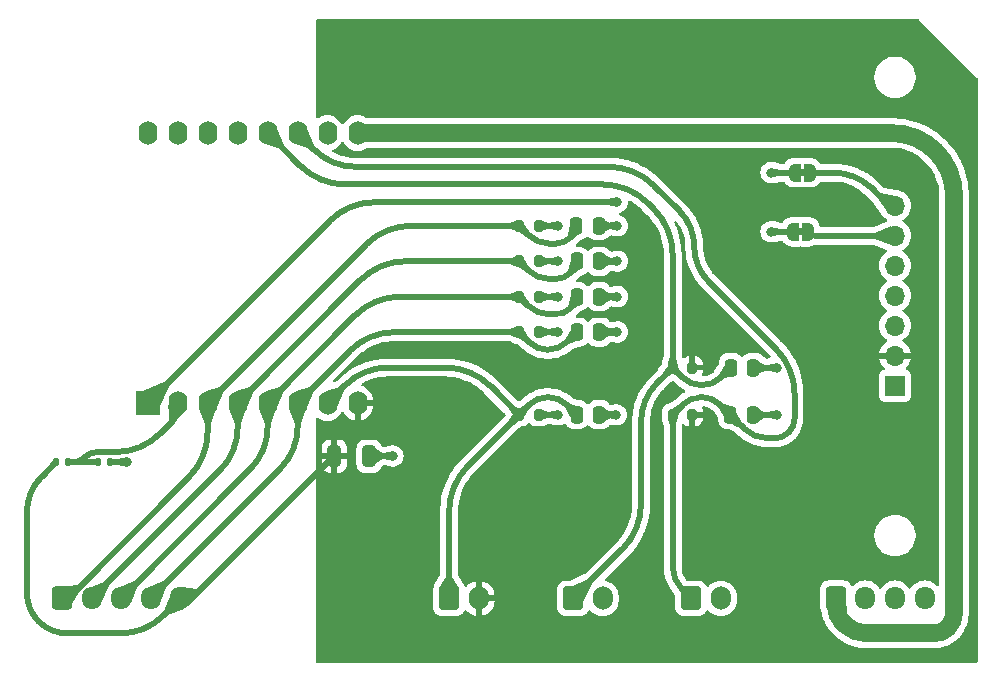
<source format=gbr>
%TF.GenerationSoftware,KiCad,Pcbnew,7.0.7*%
%TF.CreationDate,2023-09-17T22:58:44+02:00*%
%TF.ProjectId,SHC_WEMOS,5348435f-5745-44d4-9f53-2e6b69636164,rev?*%
%TF.SameCoordinates,Original*%
%TF.FileFunction,Copper,L1,Top*%
%TF.FilePolarity,Positive*%
%FSLAX46Y46*%
G04 Gerber Fmt 4.6, Leading zero omitted, Abs format (unit mm)*
G04 Created by KiCad (PCBNEW 7.0.7) date 2023-09-17 22:58:44*
%MOMM*%
%LPD*%
G01*
G04 APERTURE LIST*
G04 Aperture macros list*
%AMRoundRect*
0 Rectangle with rounded corners*
0 $1 Rounding radius*
0 $2 $3 $4 $5 $6 $7 $8 $9 X,Y pos of 4 corners*
0 Add a 4 corners polygon primitive as box body*
4,1,4,$2,$3,$4,$5,$6,$7,$8,$9,$2,$3,0*
0 Add four circle primitives for the rounded corners*
1,1,$1+$1,$2,$3*
1,1,$1+$1,$4,$5*
1,1,$1+$1,$6,$7*
1,1,$1+$1,$8,$9*
0 Add four rect primitives between the rounded corners*
20,1,$1+$1,$2,$3,$4,$5,0*
20,1,$1+$1,$4,$5,$6,$7,0*
20,1,$1+$1,$6,$7,$8,$9,0*
20,1,$1+$1,$8,$9,$2,$3,0*%
%AMFreePoly0*
4,1,19,0.500000,-0.750000,0.000000,-0.750000,0.000000,-0.744911,-0.071157,-0.744911,-0.207708,-0.704816,-0.327430,-0.627875,-0.420627,-0.520320,-0.479746,-0.390866,-0.500000,-0.250000,-0.500000,0.250000,-0.479746,0.390866,-0.420627,0.520320,-0.327430,0.627875,-0.207708,0.704816,-0.071157,0.744911,0.000000,0.744911,0.000000,0.750000,0.500000,0.750000,0.500000,-0.750000,0.500000,-0.750000,
$1*%
%AMFreePoly1*
4,1,19,0.000000,0.744911,0.071157,0.744911,0.207708,0.704816,0.327430,0.627875,0.420627,0.520320,0.479746,0.390866,0.500000,0.250000,0.500000,-0.250000,0.479746,-0.390866,0.420627,-0.520320,0.327430,-0.627875,0.207708,-0.704816,0.071157,-0.744911,0.000000,-0.744911,0.000000,-0.750000,-0.500000,-0.750000,-0.500000,0.750000,0.000000,0.750000,0.000000,0.744911,0.000000,0.744911,
$1*%
G04 Aperture macros list end*
%TA.AperFunction,ComponentPad*%
%ADD10RoundRect,0.250000X-0.600000X-0.750000X0.600000X-0.750000X0.600000X0.750000X-0.600000X0.750000X0*%
%TD*%
%TA.AperFunction,ComponentPad*%
%ADD11O,1.700000X2.000000*%
%TD*%
%TA.AperFunction,SMDPad,CuDef*%
%ADD12RoundRect,0.200000X-0.200000X-0.275000X0.200000X-0.275000X0.200000X0.275000X-0.200000X0.275000X0*%
%TD*%
%TA.AperFunction,SMDPad,CuDef*%
%ADD13RoundRect,0.135000X-0.135000X-0.185000X0.135000X-0.185000X0.135000X0.185000X-0.135000X0.185000X0*%
%TD*%
%TA.AperFunction,ComponentPad*%
%ADD14R,1.700000X1.700000*%
%TD*%
%TA.AperFunction,ComponentPad*%
%ADD15O,1.700000X1.700000*%
%TD*%
%TA.AperFunction,ComponentPad*%
%ADD16RoundRect,0.250000X-0.600000X-0.725000X0.600000X-0.725000X0.600000X0.725000X-0.600000X0.725000X0*%
%TD*%
%TA.AperFunction,ComponentPad*%
%ADD17O,1.700000X1.950000*%
%TD*%
%TA.AperFunction,SMDPad,CuDef*%
%ADD18RoundRect,0.250000X-0.250000X-0.475000X0.250000X-0.475000X0.250000X0.475000X-0.250000X0.475000X0*%
%TD*%
%TA.AperFunction,SMDPad,CuDef*%
%ADD19FreePoly0,180.000000*%
%TD*%
%TA.AperFunction,SMDPad,CuDef*%
%ADD20FreePoly1,180.000000*%
%TD*%
%TA.AperFunction,SMDPad,CuDef*%
%ADD21RoundRect,0.250000X-0.325000X-0.650000X0.325000X-0.650000X0.325000X0.650000X-0.325000X0.650000X0*%
%TD*%
%TA.AperFunction,ComponentPad*%
%ADD22R,2.000000X2.000000*%
%TD*%
%TA.AperFunction,ComponentPad*%
%ADD23O,1.600000X2.000000*%
%TD*%
%TA.AperFunction,ViaPad*%
%ADD24C,0.800000*%
%TD*%
%TA.AperFunction,Conductor*%
%ADD25C,0.500000*%
%TD*%
%TA.AperFunction,Conductor*%
%ADD26C,1.500000*%
%TD*%
G04 APERTURE END LIST*
%TA.AperFunction,EtchedComponent*%
%TO.C,JP2*%
G36*
X67400000Y41200000D02*
G01*
X66900000Y41200000D01*
X66900000Y41800000D01*
X67400000Y41800000D01*
X67400000Y41200000D01*
G37*
%TD.AperFunction*%
%TA.AperFunction,EtchedComponent*%
%TO.C,JP1*%
G36*
X67250000Y36200000D02*
G01*
X66750000Y36200000D01*
X66750000Y36800000D01*
X67250000Y36800000D01*
X67250000Y36200000D01*
G37*
%TD.AperFunction*%
%TD*%
D10*
%TO.P,J2,1,Pin_1*%
%TO.N,/SHIFT*%
X37250000Y5450000D03*
D11*
%TO.P,J2,2,Pin_2*%
%TO.N,+3.3V*%
X39750000Y5450000D03*
%TD*%
D12*
%TO.P,R6,1*%
%TO.N,/FOC+*%
X56175000Y25000000D03*
%TO.P,R6,2*%
%TO.N,+3.3V*%
X57825000Y25000000D03*
%TD*%
D13*
%TO.P,R9,1*%
%TO.N,+3.3V*%
X3990000Y17000000D03*
%TO.P,R9,2*%
%TO.N,/V_SENSE*%
X5010000Y17000000D03*
%TD*%
D14*
%TO.P,J6,1,Pin_1*%
%TO.N,GND*%
X75000000Y23460000D03*
D15*
%TO.P,J6,2,Pin_2*%
%TO.N,+3.3V*%
X75000000Y26000000D03*
%TO.P,J6,3,Pin_3*%
%TO.N,/SCL*%
X75000000Y28540000D03*
%TO.P,J6,4,Pin_4*%
%TO.N,/SDA*%
X75000000Y31080000D03*
%TO.P,J6,5,Pin_5*%
%TO.N,/RST*%
X75000000Y33620000D03*
%TO.P,J6,6,Pin_6*%
%TO.N,Net-(J6-Pin_6)*%
X75000000Y36160000D03*
%TO.P,J6,7,Pin_7*%
%TO.N,Net-(J6-Pin_7)*%
X75000000Y38700000D03*
%TD*%
D16*
%TO.P,J5,1,Pin_1*%
%TO.N,+5V*%
X70000000Y5500000D03*
D17*
%TO.P,J5,2,Pin_2*%
%TO.N,/TX*%
X72500000Y5500000D03*
%TO.P,J5,3,Pin_3*%
%TO.N,/RX*%
X75000000Y5500000D03*
%TO.P,J5,4,Pin_4*%
%TO.N,GND*%
X77500000Y5500000D03*
%TD*%
D12*
%TO.P,R7,1*%
%TO.N,/FOC-*%
X56175000Y21000000D03*
%TO.P,R7,2*%
%TO.N,+3.3V*%
X57825000Y21000000D03*
%TD*%
D18*
%TO.P,C7,1*%
%TO.N,/FOC-*%
X61050000Y21000000D03*
%TO.P,C7,2*%
%TO.N,GND*%
X62950000Y21000000D03*
%TD*%
D19*
%TO.P,JP2,1,A*%
%TO.N,Net-(J6-Pin_7)*%
X67800000Y41500000D03*
D20*
%TO.P,JP2,2,B*%
%TO.N,GND*%
X66500000Y41500000D03*
%TD*%
D21*
%TO.P,C8,1*%
%TO.N,+3.3V*%
X27525000Y17500000D03*
%TO.P,C8,2*%
%TO.N,GND*%
X30475000Y17500000D03*
%TD*%
D12*
%TO.P,R3,1*%
%TO.N,/SOUTH*%
X43175000Y31000000D03*
%TO.P,R3,2*%
%TO.N,GND*%
X44825000Y31000000D03*
%TD*%
D16*
%TO.P,J1,1,Pin_1*%
%TO.N,/EAST*%
X4500000Y5450000D03*
D17*
%TO.P,J1,2,Pin_2*%
%TO.N,/WEST*%
X7000000Y5450000D03*
%TO.P,J1,3,Pin_3*%
%TO.N,/SOUTH*%
X9500000Y5450000D03*
%TO.P,J1,4,Pin_4*%
%TO.N,/NORTH*%
X12000000Y5450000D03*
%TO.P,J1,5,Pin_5*%
%TO.N,+3.3V*%
X14500000Y5450000D03*
%TD*%
D18*
%TO.P,C1,1*%
%TO.N,/NORTH*%
X48050000Y28000000D03*
%TO.P,C1,2*%
%TO.N,GND*%
X49950000Y28000000D03*
%TD*%
D10*
%TO.P,J4,1,Pin_1*%
%TO.N,/FOC-*%
X57750000Y5450000D03*
D11*
%TO.P,J4,2,Pin_2*%
%TO.N,GND*%
X60250000Y5450000D03*
%TD*%
D18*
%TO.P,C3,1*%
%TO.N,/SOUTH*%
X48050000Y31000000D03*
%TO.P,C3,2*%
%TO.N,GND*%
X49950000Y31000000D03*
%TD*%
D22*
%TO.P,U1,1,~{RST}*%
%TO.N,/RST*%
X11720000Y22000000D03*
D23*
%TO.P,U1,2,A0*%
%TO.N,/V_SENSE*%
X14260000Y22000000D03*
%TO.P,U1,3,D0*%
%TO.N,/EAST*%
X16800000Y22000000D03*
%TO.P,U1,4,SCK/D5*%
%TO.N,/WEST*%
X19340000Y22000000D03*
%TO.P,U1,5,MISO/D6*%
%TO.N,/SOUTH*%
X21880000Y22000000D03*
%TO.P,U1,6,MOSI/D7*%
%TO.N,/NORTH*%
X24420000Y22000000D03*
%TO.P,U1,7,CS/D8*%
%TO.N,/SHIFT*%
X26960000Y22000000D03*
%TO.P,U1,8,3V3*%
%TO.N,+3.3V*%
X29500000Y22000000D03*
%TO.P,U1,9,5V*%
%TO.N,+5V*%
X29500000Y44860000D03*
%TO.P,U1,10,GND*%
%TO.N,GND*%
X26960000Y44860000D03*
%TO.P,U1,11,D4*%
%TO.N,/FOC-*%
X24420000Y44860000D03*
%TO.P,U1,12,D3*%
%TO.N,/FOC+*%
X21880000Y44860000D03*
%TO.P,U1,13,SDA/D2*%
%TO.N,/SDA*%
X19340000Y44860000D03*
%TO.P,U1,14,SCL/D1*%
%TO.N,/SCL*%
X16800000Y44860000D03*
%TO.P,U1,15,RX*%
%TO.N,/RX*%
X14260000Y44860000D03*
%TO.P,U1,16,TX*%
%TO.N,/TX*%
X11720000Y44860000D03*
%TD*%
D10*
%TO.P,J3,1,Pin_1*%
%TO.N,/FOC+*%
X47750000Y5450000D03*
D11*
%TO.P,J3,2,Pin_2*%
%TO.N,GND*%
X50250000Y5450000D03*
%TD*%
D18*
%TO.P,C6,1*%
%TO.N,/FOC+*%
X61100000Y25000000D03*
%TO.P,C6,2*%
%TO.N,GND*%
X63000000Y25000000D03*
%TD*%
%TO.P,C5,1*%
%TO.N,/SHIFT*%
X48050000Y21000000D03*
%TO.P,C5,2*%
%TO.N,GND*%
X49950000Y21000000D03*
%TD*%
%TO.P,C4,1*%
%TO.N,/WEST*%
X48050000Y34000000D03*
%TO.P,C4,2*%
%TO.N,GND*%
X49950000Y34000000D03*
%TD*%
D12*
%TO.P,R4,1*%
%TO.N,/WEST*%
X43175000Y34000000D03*
%TO.P,R4,2*%
%TO.N,GND*%
X44825000Y34000000D03*
%TD*%
%TO.P,R2,1*%
%TO.N,/EAST*%
X43175000Y37000000D03*
%TO.P,R2,2*%
%TO.N,GND*%
X44825000Y37000000D03*
%TD*%
D19*
%TO.P,JP1,1,A*%
%TO.N,Net-(J6-Pin_6)*%
X67650000Y36500000D03*
D20*
%TO.P,JP1,2,B*%
%TO.N,GND*%
X66350000Y36500000D03*
%TD*%
D18*
%TO.P,C2,1*%
%TO.N,/EAST*%
X48000000Y37000000D03*
%TO.P,C2,2*%
%TO.N,GND*%
X49900000Y37000000D03*
%TD*%
D13*
%TO.P,R8,1*%
%TO.N,/V_SENSE*%
X7500000Y17000000D03*
%TO.P,R8,2*%
%TO.N,GND*%
X8520000Y17000000D03*
%TD*%
D12*
%TO.P,R5,1*%
%TO.N,/SHIFT*%
X43175000Y21000000D03*
%TO.P,R5,2*%
%TO.N,GND*%
X44825000Y21000000D03*
%TD*%
%TO.P,R1,1*%
%TO.N,/NORTH*%
X43175000Y28000000D03*
%TO.P,R1,2*%
%TO.N,GND*%
X44825000Y28000000D03*
%TD*%
D24*
%TO.N,GND*%
X51398959Y21000000D03*
X32500000Y17500000D03*
X51500000Y37000000D03*
X65000000Y25000000D03*
X46500000Y21000000D03*
X10000000Y17000000D03*
X51500000Y31000000D03*
X64500000Y36500000D03*
X46500000Y28000000D03*
X46500000Y37000000D03*
X46500000Y31000000D03*
X64500000Y41500000D03*
X46500000Y34000000D03*
X51500000Y34000000D03*
X65000000Y21000000D03*
X51500000Y28000000D03*
%TO.N,+3.3V*%
X62500000Y32500000D03*
X59000000Y29000000D03*
%TO.N,/RST*%
X51500000Y39000000D03*
%TD*%
D25*
%TO.N,/NORTH*%
X24420000Y19960000D02*
X24420000Y22000000D01*
X43175000Y28000000D02*
X32673963Y28000000D01*
X12000000Y5475000D02*
X12000000Y5450000D01*
X24420000Y22000000D02*
X28826207Y26406208D01*
X22977502Y16477503D02*
X12017677Y5517678D01*
X43175000Y28000000D02*
X44012087Y27162913D01*
X47212912Y27162913D02*
X48050000Y28000000D01*
X44012092Y27162918D02*
G75*
G03*
X45612500Y26500000I1600408J1600382D01*
G01*
X22977503Y16477502D02*
G75*
G03*
X24420000Y19960000I-3482503J3482498D01*
G01*
X32673963Y28000040D02*
G75*
G03*
X28826208Y26406207I37J-5441540D01*
G01*
X12017668Y5517687D02*
G75*
G03*
X12000000Y5475000I42732J-42687D01*
G01*
X45612500Y26499994D02*
G75*
G03*
X47212912Y27162913I0J2263306D01*
G01*
%TO.N,GND*%
X64500000Y41500000D02*
X66500000Y41500000D01*
X51398959Y21000000D02*
X49950000Y21000000D01*
X46500000Y37000000D02*
X44825000Y37000000D01*
X51500000Y37000000D02*
X49900000Y37000000D01*
X10000000Y17000000D02*
X8520000Y17000000D01*
X51500000Y28000000D02*
X49950000Y28000000D01*
X46500000Y31000000D02*
X44825000Y31000000D01*
X32500000Y17500000D02*
X30475000Y17500000D01*
X65000000Y25000000D02*
X63000000Y25000000D01*
X51500000Y34000000D02*
X49950000Y34000000D01*
X46500000Y28000000D02*
X44825000Y28000000D01*
X51500000Y31000000D02*
X49950000Y31000000D01*
X46500000Y34000000D02*
X44825000Y34000000D01*
X64500000Y36500000D02*
X66350000Y36500000D01*
X65000000Y21000000D02*
X62950000Y21000000D01*
X46500000Y21000000D02*
X44825000Y21000000D01*
%TO.N,/EAST*%
X30206207Y35406208D02*
X16800000Y22000000D01*
X34053963Y37000000D02*
X43175000Y37000000D01*
X4725000Y5450000D02*
X4500000Y5450000D01*
X48000000Y36750000D02*
X48000000Y37000000D01*
X43925000Y36250000D02*
X43175000Y37000000D01*
X15206207Y15706208D02*
X5109099Y5609100D01*
X45735660Y35500000D02*
X46292893Y35500000D01*
X47823223Y36323224D02*
X47500000Y36000000D01*
X16800000Y19553964D02*
X16800000Y22000000D01*
X15206206Y15706209D02*
G75*
G03*
X16800000Y19553964I-3847766J3847761D01*
G01*
X4725000Y5450002D02*
G75*
G03*
X5109098Y5609101I0J543198D01*
G01*
X43925012Y36250012D02*
G75*
G03*
X45735660Y35500000I1810688J1810688D01*
G01*
X46292893Y35500003D02*
G75*
G03*
X47500000Y36000000I7J1707097D01*
G01*
X47823233Y36323214D02*
G75*
G03*
X48000000Y36750000I-426833J426786D01*
G01*
X34053963Y37000040D02*
G75*
G03*
X30206208Y35406207I37J-5441540D01*
G01*
%TO.N,/SOUTH*%
X21880000Y22000000D02*
X21880000Y19940000D01*
X47890900Y30390901D02*
X47525000Y30025000D01*
X9500000Y5475000D02*
X9500000Y5450000D01*
X43175000Y31000000D02*
X33133963Y31000000D01*
X48050000Y30775000D02*
X48050000Y31000000D01*
X20423359Y16423361D02*
X9517677Y5517678D01*
X43175000Y31000000D02*
X43925000Y30250000D01*
X29286207Y29406208D02*
X21880000Y22000000D01*
X45735660Y29500000D02*
X46257537Y29500000D01*
X9517668Y5517687D02*
G75*
G03*
X9500000Y5475000I42732J-42687D01*
G01*
X20423364Y16423356D02*
G75*
G03*
X21880000Y19940000I-3516664J3516644D01*
G01*
X47890901Y30390900D02*
G75*
G03*
X48050000Y30775000I-384101J384100D01*
G01*
X33133963Y31000040D02*
G75*
G03*
X29286208Y29406207I37J-5441540D01*
G01*
X46257537Y29499985D02*
G75*
G03*
X47525000Y30025000I-37J1792515D01*
G01*
X43925012Y30250012D02*
G75*
G03*
X45735660Y29500000I1810688J1810688D01*
G01*
%TO.N,/WEST*%
X43925000Y33250000D02*
X43175000Y34000000D01*
X19340000Y22000000D02*
X29746207Y32406208D01*
X47890900Y33390901D02*
X47525000Y33025000D01*
X48050000Y33775000D02*
X48050000Y34000000D01*
X33593963Y34000000D02*
X43175000Y34000000D01*
X45735660Y32500000D02*
X46257537Y32500000D01*
X19340000Y19895000D02*
X19340000Y22000000D01*
X17851540Y16301541D02*
X7000000Y5450000D01*
X46257537Y32499985D02*
G75*
G03*
X47525000Y33025000I-37J1792515D01*
G01*
X43925012Y33250012D02*
G75*
G03*
X45735660Y32500000I1810688J1810688D01*
G01*
X47890901Y33390900D02*
G75*
G03*
X48050000Y33775000I-384101J384100D01*
G01*
X33593963Y34000040D02*
G75*
G03*
X29746208Y32406207I37J-5441540D01*
G01*
X17851536Y16301545D02*
G75*
G03*
X19340000Y19895000I-3593436J3593455D01*
G01*
%TO.N,/SHIFT*%
X38843792Y16668793D02*
X43175000Y21000000D01*
X47212912Y21837088D02*
X48050000Y21000000D01*
X40768792Y23406208D02*
X43175000Y21000000D01*
X28460000Y23500000D02*
X26960000Y22000000D01*
X36921036Y25000000D02*
X32081320Y25000000D01*
X43175000Y21000000D02*
X44012087Y21837088D01*
X37250000Y12821037D02*
X37250000Y5450000D01*
X40768784Y23406200D02*
G75*
G03*
X36921036Y25000000I-3847784J-3847800D01*
G01*
X32081320Y24999991D02*
G75*
G03*
X28460000Y23500000I-20J-5121291D01*
G01*
X45612500Y22500008D02*
G75*
G03*
X44012087Y21837088I0J-2263308D01*
G01*
X38843821Y16668764D02*
G75*
G03*
X37250000Y12821037I3847679J-3847764D01*
G01*
X47212907Y21837083D02*
G75*
G03*
X45612500Y22500000I-1600407J-1600383D01*
G01*
%TO.N,/FOC+*%
X54581207Y38418793D02*
X54093792Y38906208D01*
X56175000Y25000000D02*
X56175000Y34571037D01*
X60280590Y24180591D02*
X61100000Y25000000D01*
X53500000Y20433490D02*
X53500000Y13453964D01*
X24646207Y42093793D02*
X21880000Y44860000D01*
X56175000Y25000000D02*
X56994409Y24180591D01*
X51906207Y9606208D02*
X47750000Y5450000D01*
X56175000Y25000000D02*
X54837500Y23662500D01*
X50246036Y40500000D02*
X28493963Y40500000D01*
X51906200Y9606215D02*
G75*
G03*
X53500000Y13453964I-3847800J3847785D01*
G01*
X56994405Y24180587D02*
G75*
G03*
X58637500Y23500000I1643095J1643113D01*
G01*
X58637500Y23500007D02*
G75*
G03*
X60280590Y24180591I0J2323693D01*
G01*
X54093784Y38906200D02*
G75*
G03*
X50246036Y40500000I-3847784J-3847800D01*
G01*
X56175010Y34571037D02*
G75*
G03*
X54581206Y38418792I-5441610J-37D01*
G01*
X24646215Y42093801D02*
G75*
G03*
X28493963Y40500000I3847785J3847799D01*
G01*
X54837497Y23662503D02*
G75*
G03*
X53500000Y20433490I3229003J-3229003D01*
G01*
%TO.N,/FOC-*%
X56762563Y38237437D02*
X54593792Y40406208D01*
X57012087Y21837088D02*
X56175000Y21000000D01*
X29302325Y42000000D02*
X50746036Y42000000D01*
X25850000Y43430000D02*
X24420000Y44860000D01*
X59237436Y32262564D02*
X64906207Y26593793D01*
X56962500Y6237500D02*
X57750000Y5450000D01*
X61050000Y21000000D02*
X60212912Y21837088D01*
X66500000Y20707107D02*
X66500000Y22746037D01*
X56175000Y21000000D02*
X56175000Y8138694D01*
X64275000Y19000000D02*
X64792893Y19000000D01*
X61050000Y21000000D02*
X62183794Y19866206D01*
X54593784Y40406200D02*
G75*
G03*
X50746036Y42000000I-3847784J-3847800D01*
G01*
X58000008Y35250000D02*
G75*
G03*
X59237436Y32262564I4224892J0D01*
G01*
X60212907Y21837083D02*
G75*
G03*
X58612500Y22500000I-1600407J-1600383D01*
G01*
X66000002Y19499998D02*
G75*
G03*
X66500000Y20707107I-1207102J1207102D01*
G01*
X56174998Y8138694D02*
G75*
G03*
X56962501Y6237501I2688702J6D01*
G01*
X58612500Y22500008D02*
G75*
G03*
X57012087Y21837088I0J-2263308D01*
G01*
X57999992Y35250000D02*
G75*
G03*
X56762563Y38237437I-4224892J0D01*
G01*
X25849993Y43429993D02*
G75*
G03*
X29302325Y42000000I3452307J3452307D01*
G01*
X62183796Y19866208D02*
G75*
G03*
X64275000Y19000000I2091204J2091192D01*
G01*
X64792893Y19000003D02*
G75*
G03*
X66000000Y19500000I7J1707097D01*
G01*
X66500010Y22746037D02*
G75*
G03*
X64906206Y26593792I-5441610J-37D01*
G01*
%TO.N,+3.3V*%
X1500000Y12749305D02*
X1500000Y5914214D01*
X13025000Y3975000D02*
X14500000Y5450000D01*
X15819714Y5794715D02*
X27525000Y17500000D01*
X9464034Y2500000D02*
X4914213Y2500000D01*
X14987500Y5450000D02*
X14500000Y5450000D01*
X2745000Y15755000D02*
X3990000Y17000000D01*
X14987500Y5449993D02*
G75*
G03*
X15819713Y5794716I0J1176907D01*
G01*
X2499996Y3499996D02*
G75*
G03*
X4914213Y2500000I2414204J2414204D01*
G01*
X2745001Y15754999D02*
G75*
G03*
X1500000Y12749305I3005699J-3005699D01*
G01*
X1500006Y5914214D02*
G75*
G03*
X2500000Y3500000I3414194J-14D01*
G01*
X9464034Y2499986D02*
G75*
G03*
X13025000Y3975000I-34J5036014D01*
G01*
D26*
%TO.N,+5V*%
X72560660Y2500000D02*
X78292893Y2500000D01*
X70000000Y4750000D02*
X70000000Y5500000D01*
X70750000Y3250000D02*
X70530330Y3469670D01*
X80000000Y39550898D02*
X80000000Y4207107D01*
X74690897Y44860000D02*
X29500000Y44860000D01*
X78445001Y43305001D02*
G75*
G03*
X74690897Y44860000I-3754101J-3754101D01*
G01*
X79500002Y2999998D02*
G75*
G03*
X80000000Y4207107I-1207102J1207102D01*
G01*
X70000012Y4750000D02*
G75*
G03*
X70530330Y3469670I1810688J0D01*
G01*
X70750012Y3250012D02*
G75*
G03*
X72560660Y2500000I1810688J1810688D01*
G01*
X78292893Y2500003D02*
G75*
G03*
X79500000Y3000000I7J1707097D01*
G01*
X79999999Y39550898D02*
G75*
G03*
X78445000Y43305000I-5309099J2D01*
G01*
D25*
%TO.N,/RST*%
X30973963Y39000000D02*
X51500000Y39000000D01*
X27126207Y37406208D02*
X11720000Y22000000D01*
X30973963Y39000040D02*
G75*
G03*
X27126208Y37406207I37J-5441540D01*
G01*
%TO.N,Net-(J6-Pin_6)*%
X68230416Y36160000D02*
X75000000Y36160000D01*
X67650000Y36500000D02*
X67820000Y36330000D01*
X67819995Y36329995D02*
G75*
G03*
X68230416Y36160000I410405J410405D01*
G01*
%TO.N,Net-(J6-Pin_7)*%
X74497089Y38700000D02*
X75000000Y38700000D01*
X67800000Y41500000D02*
X69750000Y41500000D01*
X72932125Y40264964D02*
X74497089Y38700000D01*
X72932103Y40264940D02*
G75*
G03*
X69750000Y41500000I-3185503J-3490540D01*
G01*
%TO.N,/V_SENSE*%
X6350017Y17350018D02*
X6425000Y17425000D01*
X13871091Y20511092D02*
X12735000Y19375000D01*
X6495000Y17000000D02*
X5505000Y17000000D01*
X5505000Y17000000D02*
X5010000Y17000000D01*
X6495000Y17000000D02*
X7500000Y17000000D01*
X7451040Y17850000D02*
X9053324Y17850000D01*
X14260000Y21450000D02*
X14260000Y22000000D01*
X9053324Y17849990D02*
G75*
G03*
X12735000Y19375000I-24J5206710D01*
G01*
X6350061Y17349974D02*
G75*
G03*
X6495000Y17000000I144939J-144974D01*
G01*
X13871088Y20511095D02*
G75*
G03*
X14260000Y21450000I-938888J938905D01*
G01*
X5505000Y16999991D02*
G75*
G03*
X6350016Y17350019I0J1195009D01*
G01*
X7451040Y17849983D02*
G75*
G03*
X6425000Y17425000I-40J-1450983D01*
G01*
%TD*%
%TA.AperFunction,Conductor*%
%TO.N,GND*%
G36*
X63502582Y25496260D02*
G01*
X63993490Y25253223D01*
X63999384Y25246482D01*
X63999999Y25242738D01*
X63999999Y24757263D01*
X63996572Y24748990D01*
X63993490Y24746778D01*
X63502584Y24503742D01*
X63493649Y24503142D01*
X63489088Y24505987D01*
X63007173Y24991761D01*
X63003780Y25000047D01*
X63007173Y25008240D01*
X63489089Y25494016D01*
X63497346Y25497474D01*
X63502582Y25496260D01*
G37*
%TD.AperFunction*%
%TD*%
%TA.AperFunction,Conductor*%
%TO.N,GND*%
G36*
X46494942Y28395565D02*
G01*
X46499835Y28388065D01*
X46500035Y28385938D01*
X46501000Y28000000D01*
X46500035Y27614063D01*
X46496587Y27605798D01*
X46488306Y27602392D01*
X46486179Y27602592D01*
X45709544Y27748211D01*
X45702044Y27753104D01*
X45700000Y27759711D01*
X45700000Y28240290D01*
X45703427Y28248563D01*
X45709542Y28251790D01*
X46486180Y28397409D01*
X46494942Y28395565D01*
G37*
%TD.AperFunction*%
%TD*%
%TA.AperFunction,Conductor*%
%TO.N,/EAST*%
G36*
X42824188Y37396916D02*
G01*
X42827740Y37394190D01*
X43169155Y37007747D01*
X43172065Y36999278D01*
X43169155Y36992253D01*
X42827740Y36605811D01*
X42819694Y36601880D01*
X42815254Y36602464D01*
X42805266Y36605811D01*
X42770251Y36617546D01*
X42382982Y36747326D01*
X42376227Y36753204D01*
X42375000Y36758420D01*
X42375000Y37241581D01*
X42378427Y37249854D01*
X42382982Y37252675D01*
X42815256Y37397537D01*
X42824188Y37396916D01*
G37*
%TD.AperFunction*%
%TD*%
%TA.AperFunction,Conductor*%
%TO.N,GND*%
G36*
X64994942Y21395565D02*
G01*
X64999835Y21388065D01*
X65000035Y21385938D01*
X65001000Y21000000D01*
X65000035Y20614063D01*
X64996587Y20605798D01*
X64988306Y20602392D01*
X64986179Y20602592D01*
X64209544Y20748211D01*
X64202044Y20753104D01*
X64200000Y20759711D01*
X64200000Y21240290D01*
X64203427Y21248563D01*
X64209542Y21251790D01*
X64986180Y21397409D01*
X64994942Y21395565D01*
G37*
%TD.AperFunction*%
%TD*%
%TA.AperFunction,Conductor*%
%TO.N,+5V*%
G36*
X70846461Y5570912D02*
G01*
X70850591Y5562966D01*
X70850620Y5562553D01*
X70921867Y4173553D01*
X70918868Y4165116D01*
X70917304Y4163672D01*
X69745248Y3264344D01*
X69736599Y3262026D01*
X69728844Y3266504D01*
X69727006Y3269989D01*
X69312536Y4537121D01*
X69313221Y4546049D01*
X69314156Y4547587D01*
X69996256Y5496431D01*
X70003868Y5501149D01*
X70004737Y5501258D01*
X70837924Y5573610D01*
X70846461Y5570912D01*
G37*
%TD.AperFunction*%
%TD*%
%TA.AperFunction,Conductor*%
%TO.N,/NORTH*%
G36*
X24426618Y21996459D02*
G01*
X25151533Y21499048D01*
X25156415Y21491542D01*
X25155857Y21485264D01*
X24672859Y20207563D01*
X24666728Y20201036D01*
X24661915Y20200000D01*
X24178085Y20200000D01*
X24169812Y20203427D01*
X24167141Y20207563D01*
X23684142Y21485267D01*
X23684422Y21494214D01*
X23688464Y21499047D01*
X24413380Y21996459D01*
X24422141Y21998313D01*
X24426618Y21996459D01*
G37*
%TD.AperFunction*%
%TD*%
%TA.AperFunction,Conductor*%
%TO.N,/NORTH*%
G36*
X47559368Y28203231D02*
G01*
X48043273Y28003766D01*
X48049615Y27997445D01*
X48050509Y27992649D01*
X48032305Y27282341D01*
X48028667Y27274159D01*
X48025425Y27271978D01*
X47394718Y26987100D01*
X47385768Y26986818D01*
X47381516Y26989604D01*
X47044823Y27335693D01*
X47041510Y27344013D01*
X47043137Y27349805D01*
X47544842Y28198370D01*
X47552001Y28203745D01*
X47559368Y28203231D01*
G37*
%TD.AperFunction*%
%TD*%
%TA.AperFunction,Conductor*%
%TO.N,/FOC-*%
G36*
X56659116Y21824492D02*
G01*
X56999281Y21484328D01*
X57002708Y21476055D01*
X57000727Y21469541D01*
X56580326Y20842263D01*
X56572874Y20837299D01*
X56566153Y20837958D01*
X56180156Y20996879D01*
X56173810Y21003198D01*
X56173114Y21005524D01*
X56085799Y21467153D01*
X56087628Y21475918D01*
X56091081Y21479241D01*
X56644631Y21826134D01*
X56653460Y21827623D01*
X56659116Y21824492D01*
G37*
%TD.AperFunction*%
%TD*%
%TA.AperFunction,Conductor*%
%TO.N,GND*%
G36*
X51494942Y37395565D02*
G01*
X51499835Y37388065D01*
X51500035Y37385938D01*
X51501000Y37000000D01*
X51500035Y36614063D01*
X51496587Y36605798D01*
X51488306Y36602392D01*
X51486179Y36602592D01*
X50709544Y36748211D01*
X50702044Y36753104D01*
X50700000Y36759711D01*
X50700000Y37240290D01*
X50703427Y37248563D01*
X50709542Y37251790D01*
X51486180Y37397409D01*
X51494942Y37395565D01*
G37*
%TD.AperFunction*%
%TD*%
%TA.AperFunction,Conductor*%
%TO.N,/NORTH*%
G36*
X25456698Y23385326D02*
G01*
X25459906Y23383052D01*
X25802576Y23040382D01*
X25806003Y23032109D01*
X25804997Y23027362D01*
X25192242Y21646964D01*
X25185753Y21640793D01*
X25176801Y21641017D01*
X25176546Y21641134D01*
X24424812Y21996683D01*
X24418798Y22003318D01*
X24418277Y22005314D01*
X24257648Y22957662D01*
X24259651Y22966390D01*
X24265307Y22970646D01*
X25447758Y23385818D01*
X25456698Y23385326D01*
G37*
%TD.AperFunction*%
%TD*%
%TA.AperFunction,Conductor*%
%TO.N,GND*%
G36*
X64994942Y25395565D02*
G01*
X64999835Y25388065D01*
X65000035Y25385938D01*
X65001000Y25000000D01*
X65000035Y24614063D01*
X64996587Y24605798D01*
X64988306Y24602392D01*
X64986179Y24602592D01*
X64209544Y24748211D01*
X64202044Y24753104D01*
X64200000Y24759711D01*
X64200000Y25240290D01*
X64203427Y25248563D01*
X64209542Y25251790D01*
X64986180Y25397409D01*
X64994942Y25395565D01*
G37*
%TD.AperFunction*%
%TD*%
%TA.AperFunction,Conductor*%
%TO.N,/FOC-*%
G36*
X61549631Y21203249D02*
G01*
X61555176Y21198453D01*
X62071499Y20335201D01*
X62072805Y20326342D01*
X62069731Y20320922D01*
X61728388Y19979579D01*
X61720115Y19976152D01*
X61715226Y19977223D01*
X61489451Y20081081D01*
X61074512Y20271956D01*
X61068429Y20278526D01*
X61067706Y20282285D01*
X61066550Y20327372D01*
X61049499Y20992660D01*
X61052713Y21001017D01*
X61056732Y21003774D01*
X61540677Y21203264D01*
X61549631Y21203249D01*
G37*
%TD.AperFunction*%
%TD*%
%TA.AperFunction,Conductor*%
%TO.N,/WEST*%
G36*
X42824188Y34396916D02*
G01*
X42827740Y34394190D01*
X43169155Y34007747D01*
X43172065Y33999278D01*
X43169155Y33992253D01*
X42827740Y33605811D01*
X42819694Y33601880D01*
X42815254Y33602464D01*
X42805266Y33605811D01*
X42770251Y33617546D01*
X42382982Y33747326D01*
X42376227Y33753204D01*
X42375000Y33758420D01*
X42375000Y34241581D01*
X42378427Y34249854D01*
X42382982Y34252675D01*
X42815256Y34397537D01*
X42824188Y34396916D01*
G37*
%TD.AperFunction*%
%TD*%
%TA.AperFunction,Conductor*%
%TO.N,GND*%
G36*
X45184741Y21397538D02*
G01*
X45617018Y21252675D01*
X45623773Y21246797D01*
X45625000Y21241581D01*
X45625000Y20758420D01*
X45621573Y20750147D01*
X45617018Y20747326D01*
X45184745Y20602464D01*
X45175811Y20603085D01*
X45172259Y20605811D01*
X45047233Y20747326D01*
X44830843Y20992254D01*
X44827934Y21000722D01*
X44830844Y21007747D01*
X45172260Y21394191D01*
X45180305Y21398121D01*
X45184741Y21397538D01*
G37*
%TD.AperFunction*%
%TD*%
%TA.AperFunction,Conductor*%
%TO.N,GND*%
G36*
X51393901Y21395565D02*
G01*
X51398794Y21388065D01*
X51398994Y21385938D01*
X51399959Y21000000D01*
X51398994Y20614063D01*
X51395546Y20605798D01*
X51387265Y20602392D01*
X51385138Y20602592D01*
X50608503Y20748211D01*
X50601003Y20753104D01*
X50598959Y20759711D01*
X50598959Y21240290D01*
X50602386Y21248563D01*
X50608501Y21251790D01*
X51385139Y21397409D01*
X51393901Y21395565D01*
G37*
%TD.AperFunction*%
%TD*%
%TA.AperFunction,Conductor*%
%TO.N,/FOC+*%
G36*
X55783845Y25162044D02*
G01*
X56169844Y25003121D01*
X56176189Y24996803D01*
X56176885Y24994477D01*
X56264201Y24532848D01*
X56262372Y24524083D01*
X56258918Y24520760D01*
X55705368Y24173868D01*
X55696538Y24172378D01*
X55690882Y24175509D01*
X55350718Y24515673D01*
X55347291Y24523946D01*
X55349271Y24530459D01*
X55769674Y25157740D01*
X55777125Y25162702D01*
X55783845Y25162044D01*
G37*
%TD.AperFunction*%
%TD*%
%TA.AperFunction,Conductor*%
%TO.N,/SOUTH*%
G36*
X43575107Y31162025D02*
G01*
X43580326Y31157739D01*
X44000727Y30530460D01*
X44002486Y30521679D01*
X43999281Y30515673D01*
X43659117Y30175509D01*
X43650844Y30172082D01*
X43644631Y30173868D01*
X43091082Y30520760D01*
X43085891Y30528057D01*
X43085799Y30532848D01*
X43173114Y30994479D01*
X43178019Y31001970D01*
X43180147Y31003118D01*
X43566154Y31162044D01*
X43575107Y31162025D01*
G37*
%TD.AperFunction*%
%TD*%
%TA.AperFunction,Conductor*%
%TO.N,GND*%
G36*
X46494942Y31395565D02*
G01*
X46499835Y31388065D01*
X46500035Y31385938D01*
X46501000Y31000000D01*
X46500035Y30614063D01*
X46496587Y30605798D01*
X46488306Y30602392D01*
X46486179Y30602592D01*
X45709544Y30748211D01*
X45702044Y30753104D01*
X45700000Y30759711D01*
X45700000Y31240290D01*
X45703427Y31248563D01*
X45709542Y31251790D01*
X46486180Y31397409D01*
X46494942Y31395565D01*
G37*
%TD.AperFunction*%
%TD*%
%TA.AperFunction,Conductor*%
%TO.N,/EAST*%
G36*
X16806618Y21996459D02*
G01*
X17531533Y21499048D01*
X17536415Y21491542D01*
X17535857Y21485264D01*
X17052859Y20207563D01*
X17046728Y20201036D01*
X17041915Y20200000D01*
X16558085Y20200000D01*
X16549812Y20203427D01*
X16547141Y20207563D01*
X16064142Y21485267D01*
X16064422Y21494214D01*
X16068464Y21499047D01*
X16793380Y21996459D01*
X16802141Y21998313D01*
X16806618Y21996459D01*
G37*
%TD.AperFunction*%
%TD*%
%TA.AperFunction,Conductor*%
%TO.N,/WEST*%
G36*
X43575107Y34162025D02*
G01*
X43580326Y34157739D01*
X44000727Y33530460D01*
X44002486Y33521679D01*
X43999281Y33515673D01*
X43659117Y33175509D01*
X43650844Y33172082D01*
X43644631Y33173868D01*
X43091082Y33520760D01*
X43085891Y33528057D01*
X43085799Y33532848D01*
X43173114Y33994479D01*
X43178019Y34001970D01*
X43180147Y34003118D01*
X43566154Y34162044D01*
X43575107Y34162025D01*
G37*
%TD.AperFunction*%
%TD*%
%TA.AperFunction,Conductor*%
%TO.N,GND*%
G36*
X45184741Y31397538D02*
G01*
X45617018Y31252675D01*
X45623773Y31246797D01*
X45625000Y31241581D01*
X45625000Y30758420D01*
X45621573Y30750147D01*
X45617018Y30747326D01*
X45184745Y30602464D01*
X45175811Y30603085D01*
X45172259Y30605811D01*
X45047233Y30747326D01*
X44830843Y30992254D01*
X44827934Y31000722D01*
X44830844Y31007747D01*
X45172260Y31394191D01*
X45180305Y31398121D01*
X45184741Y31397538D01*
G37*
%TD.AperFunction*%
%TD*%
%TA.AperFunction,Conductor*%
%TO.N,GND*%
G36*
X51494942Y28395565D02*
G01*
X51499835Y28388065D01*
X51500035Y28385938D01*
X51501000Y28000000D01*
X51500035Y27614063D01*
X51496587Y27605798D01*
X51488306Y27602392D01*
X51486179Y27602592D01*
X50709544Y27748211D01*
X50702044Y27753104D01*
X50700000Y27759711D01*
X50700000Y28240290D01*
X50703427Y28248563D01*
X50709542Y28251790D01*
X51486180Y28397409D01*
X51494942Y28395565D01*
G37*
%TD.AperFunction*%
%TD*%
%TA.AperFunction,Conductor*%
%TO.N,/SHIFT*%
G36*
X43659116Y21824492D02*
G01*
X43999281Y21484328D01*
X44002708Y21476055D01*
X44000727Y21469541D01*
X43580326Y20842263D01*
X43572874Y20837299D01*
X43566153Y20837958D01*
X43180156Y20996879D01*
X43173810Y21003198D01*
X43173114Y21005524D01*
X43085799Y21467153D01*
X43087628Y21475918D01*
X43091081Y21479241D01*
X43644631Y21826134D01*
X43653460Y21827623D01*
X43659116Y21824492D01*
G37*
%TD.AperFunction*%
%TD*%
%TA.AperFunction,Conductor*%
%TO.N,/NORTH*%
G36*
X42824188Y28396916D02*
G01*
X42827740Y28394190D01*
X43169155Y28007747D01*
X43172065Y27999278D01*
X43169155Y27992253D01*
X42827740Y27605811D01*
X42819694Y27601880D01*
X42815254Y27602464D01*
X42805266Y27605811D01*
X42770251Y27617546D01*
X42382982Y27747326D01*
X42376227Y27753204D01*
X42375000Y27758420D01*
X42375000Y28241581D01*
X42378427Y28249854D01*
X42382982Y28252675D01*
X42815256Y28397537D01*
X42824188Y28396916D01*
G37*
%TD.AperFunction*%
%TD*%
%TA.AperFunction,Conductor*%
%TO.N,/SOUTH*%
G36*
X42824188Y31396916D02*
G01*
X42827740Y31394190D01*
X43169155Y31007747D01*
X43172065Y30999278D01*
X43169155Y30992253D01*
X42827740Y30605811D01*
X42819694Y30601880D01*
X42815254Y30602464D01*
X42805266Y30605811D01*
X42770251Y30617546D01*
X42382982Y30747326D01*
X42376227Y30753204D01*
X42375000Y30758420D01*
X42375000Y31241581D01*
X42378427Y31249854D01*
X42382982Y31252675D01*
X42815256Y31397537D01*
X42824188Y31396916D01*
G37*
%TD.AperFunction*%
%TD*%
%TA.AperFunction,Conductor*%
%TO.N,+3.3V*%
G36*
X13716806Y5853084D02*
G01*
X13717544Y5852737D01*
X13874053Y5772395D01*
X14496317Y5452961D01*
X14502112Y5446134D01*
X14502157Y5445992D01*
X14780229Y4541908D01*
X14779386Y4532993D01*
X14773159Y4527515D01*
X13431683Y4023724D01*
X13422734Y4024023D01*
X13419297Y4026404D01*
X13076673Y4369028D01*
X13073246Y4377301D01*
X13074189Y4381904D01*
X13701446Y5846935D01*
X13707852Y5853190D01*
X13716806Y5853084D01*
G37*
%TD.AperFunction*%
%TD*%
%TA.AperFunction,Conductor*%
%TO.N,GND*%
G36*
X50452582Y21496260D02*
G01*
X50943491Y21253223D01*
X50949385Y21246482D01*
X50950000Y21242738D01*
X50950000Y20757263D01*
X50946573Y20748990D01*
X50943491Y20746778D01*
X50452584Y20503742D01*
X50443649Y20503142D01*
X50439088Y20505987D01*
X49957173Y20991761D01*
X49953780Y21000047D01*
X49957173Y21008240D01*
X50439089Y21494016D01*
X50447346Y21497474D01*
X50452582Y21496260D01*
G37*
%TD.AperFunction*%
%TD*%
%TA.AperFunction,Conductor*%
%TO.N,/SHIFT*%
G36*
X47394718Y22012902D02*
G01*
X48025425Y21728023D01*
X48031554Y21721494D01*
X48032305Y21717660D01*
X48050509Y21007352D01*
X48047295Y20998994D01*
X48043272Y20996235D01*
X47559371Y20796772D01*
X47550416Y20796787D01*
X47544841Y20801634D01*
X47423212Y21007352D01*
X47043136Y21650197D01*
X47041876Y21659062D01*
X47044820Y21664308D01*
X47381518Y22010398D01*
X47389742Y22013937D01*
X47394718Y22012902D01*
G37*
%TD.AperFunction*%
%TD*%
%TA.AperFunction,Conductor*%
%TO.N,GND*%
G36*
X50452582Y31496260D02*
G01*
X50943491Y31253223D01*
X50949385Y31246482D01*
X50950000Y31242738D01*
X50950000Y30757263D01*
X50946573Y30748990D01*
X50943491Y30746778D01*
X50452584Y30503742D01*
X50443649Y30503142D01*
X50439088Y30505987D01*
X49957173Y30991761D01*
X49953780Y31000047D01*
X49957173Y31008240D01*
X50439089Y31494016D01*
X50447346Y31497474D01*
X50452582Y31496260D01*
G37*
%TD.AperFunction*%
%TD*%
%TA.AperFunction,Conductor*%
%TO.N,/WEST*%
G36*
X48043884Y34002436D02*
G01*
X48051004Y33997008D01*
X48052320Y33993625D01*
X48207971Y33281819D01*
X48206391Y33273005D01*
X48204170Y33270449D01*
X47602404Y32752900D01*
X47593897Y32750104D01*
X47585904Y32754142D01*
X47585493Y32754648D01*
X47292139Y33136954D01*
X47289821Y33145604D01*
X47290103Y33147043D01*
X47547015Y34121780D01*
X47552438Y34128905D01*
X47561309Y34130111D01*
X48043884Y34002436D01*
G37*
%TD.AperFunction*%
%TD*%
%TA.AperFunction,Conductor*%
%TO.N,/SHIFT*%
G36*
X27996698Y23385326D02*
G01*
X27999906Y23383052D01*
X28342576Y23040382D01*
X28346003Y23032109D01*
X28344997Y23027362D01*
X27732242Y21646964D01*
X27725753Y21640793D01*
X27716801Y21641017D01*
X27716546Y21641134D01*
X26964812Y21996683D01*
X26958798Y22003318D01*
X26958277Y22005314D01*
X26797648Y22957662D01*
X26799651Y22966390D01*
X26805307Y22970646D01*
X27987758Y23385818D01*
X27996698Y23385326D01*
G37*
%TD.AperFunction*%
%TD*%
%TA.AperFunction,Conductor*%
%TO.N,Net-(J6-Pin_6)*%
G36*
X74673010Y36940955D02*
G01*
X74679108Y36934733D01*
X74999134Y36164489D01*
X74999143Y36155534D01*
X74999134Y36155511D01*
X74679108Y35385268D01*
X74672769Y35378943D01*
X74664058Y35378854D01*
X73307455Y35907098D01*
X73300989Y35913294D01*
X73300000Y35918001D01*
X73300000Y36402000D01*
X73303427Y36410273D01*
X73307455Y36412903D01*
X74664058Y36941147D01*
X74673010Y36940955D01*
G37*
%TD.AperFunction*%
%TD*%
%TA.AperFunction,Conductor*%
%TO.N,GND*%
G36*
X50452582Y28496260D02*
G01*
X50943491Y28253223D01*
X50949385Y28246482D01*
X50950000Y28242738D01*
X50950000Y27757263D01*
X50946573Y27748990D01*
X50943491Y27746778D01*
X50452584Y27503742D01*
X50443649Y27503142D01*
X50439088Y27505987D01*
X49957174Y27991761D01*
X49953780Y28000048D01*
X49957172Y28008239D01*
X50439089Y28494016D01*
X50447346Y28497474D01*
X50452582Y28496260D01*
G37*
%TD.AperFunction*%
%TD*%
%TA.AperFunction,Conductor*%
%TO.N,/FOC-*%
G36*
X60394718Y22012902D02*
G01*
X61025425Y21728023D01*
X61031554Y21721494D01*
X61032305Y21717660D01*
X61050509Y21007352D01*
X61047295Y20998994D01*
X61043272Y20996235D01*
X60559370Y20796772D01*
X60550415Y20796787D01*
X60544840Y20801634D01*
X60429784Y20996235D01*
X60043136Y21650197D01*
X60041876Y21659062D01*
X60044820Y21664308D01*
X60381518Y22010398D01*
X60389742Y22013937D01*
X60394718Y22012902D01*
G37*
%TD.AperFunction*%
%TD*%
%TA.AperFunction,Conductor*%
%TO.N,GND*%
G36*
X46494942Y21395565D02*
G01*
X46499835Y21388065D01*
X46500035Y21385938D01*
X46501000Y21000000D01*
X46500035Y20614063D01*
X46496587Y20605798D01*
X46488306Y20602392D01*
X46486179Y20602592D01*
X45709544Y20748211D01*
X45702044Y20753104D01*
X45700000Y20759711D01*
X45700000Y21240290D01*
X45703427Y21248563D01*
X45709542Y21251790D01*
X46486180Y21397409D01*
X46494942Y21395565D01*
G37*
%TD.AperFunction*%
%TD*%
%TA.AperFunction,Conductor*%
%TO.N,/EAST*%
G36*
X5777121Y6624780D02*
G01*
X5778434Y6623648D01*
X6121298Y6280784D01*
X6124725Y6272511D01*
X6123004Y6266403D01*
X5355714Y5012922D01*
X5348472Y5007655D01*
X5340305Y5008666D01*
X4504979Y5446314D01*
X4499241Y5453189D01*
X4498751Y5455691D01*
X4417595Y6414063D01*
X4420311Y6422596D01*
X4427523Y6426622D01*
X5768432Y6626947D01*
X5777121Y6624780D01*
G37*
%TD.AperFunction*%
%TD*%
%TA.AperFunction,Conductor*%
%TO.N,GND*%
G36*
X45184741Y37397538D02*
G01*
X45617018Y37252675D01*
X45623773Y37246797D01*
X45625000Y37241581D01*
X45625000Y36758420D01*
X45621573Y36750147D01*
X45617018Y36747326D01*
X45184745Y36602464D01*
X45175811Y36603085D01*
X45172259Y36605811D01*
X45047233Y36747326D01*
X44830843Y36992254D01*
X44827934Y37000722D01*
X44830844Y37007747D01*
X45172260Y37394191D01*
X45180305Y37398121D01*
X45184741Y37397538D01*
G37*
%TD.AperFunction*%
%TD*%
%TA.AperFunction,Conductor*%
%TO.N,GND*%
G36*
X51494942Y31395565D02*
G01*
X51499835Y31388065D01*
X51500035Y31385938D01*
X51501000Y31000000D01*
X51500035Y30614063D01*
X51496587Y30605798D01*
X51488306Y30602392D01*
X51486179Y30602592D01*
X50709544Y30748211D01*
X50702044Y30753104D01*
X50700000Y30759711D01*
X50700000Y31240290D01*
X50703427Y31248563D01*
X50709542Y31251790D01*
X51486180Y31397409D01*
X51494942Y31395565D01*
G37*
%TD.AperFunction*%
%TD*%
%TA.AperFunction,Conductor*%
%TO.N,+3.3V*%
G36*
X14630200Y6399659D02*
G01*
X15877140Y6210069D01*
X15883653Y6206775D01*
X16226138Y5864290D01*
X16229565Y5856017D01*
X16226138Y5847744D01*
X16226060Y5847666D01*
X15147805Y4789594D01*
X15139499Y4786246D01*
X15131259Y4789750D01*
X15131162Y4789850D01*
X14503145Y5445273D01*
X14499896Y5453618D01*
X14499981Y5454805D01*
X14616830Y6389545D01*
X14621257Y6397327D01*
X14629891Y6399702D01*
X14630200Y6399659D01*
G37*
%TD.AperFunction*%
%TD*%
%TA.AperFunction,Conductor*%
%TO.N,GND*%
G36*
X51494942Y34395565D02*
G01*
X51499835Y34388065D01*
X51500035Y34385938D01*
X51501000Y34000000D01*
X51500035Y33614063D01*
X51496587Y33605798D01*
X51488306Y33602392D01*
X51486179Y33602592D01*
X50709544Y33748211D01*
X50702044Y33753104D01*
X50700000Y33759711D01*
X50700000Y34240290D01*
X50703427Y34248563D01*
X50709542Y34251790D01*
X51486180Y34397409D01*
X51494942Y34395565D01*
G37*
%TD.AperFunction*%
%TD*%
%TA.AperFunction,Conductor*%
%TO.N,/RST*%
G36*
X13256062Y23878151D02*
G01*
X13598150Y23536063D01*
X13601577Y23527790D01*
X13600528Y23522949D01*
X12724675Y21596074D01*
X12718132Y21589960D01*
X12709556Y21590102D01*
X11723782Y21997438D01*
X11717446Y22003762D01*
X11310101Y22989558D01*
X11310108Y22998512D01*
X11316073Y23004676D01*
X13242951Y23880530D01*
X13251897Y23880833D01*
X13256062Y23878151D01*
G37*
%TD.AperFunction*%
%TD*%
%TA.AperFunction,Conductor*%
%TO.N,Net-(J6-Pin_7)*%
G36*
X73789324Y39766249D02*
G01*
X74990365Y39551721D01*
X74997907Y39546893D01*
X75000008Y39540213D01*
X75000702Y38704154D01*
X74997282Y38695878D01*
X74997265Y38695861D01*
X74408577Y38108556D01*
X74400300Y38105139D01*
X74392031Y38108576D01*
X74390896Y38109897D01*
X73435738Y39405669D01*
X73433588Y39414362D01*
X73436881Y39420882D01*
X73779003Y39763004D01*
X73787275Y39766430D01*
X73789324Y39766249D01*
G37*
%TD.AperFunction*%
%TD*%
%TA.AperFunction,Conductor*%
%TO.N,/RST*%
G36*
X51494942Y39395565D02*
G01*
X51499835Y39388065D01*
X51500035Y39385938D01*
X51501000Y39000000D01*
X51500035Y38614063D01*
X51496587Y38605798D01*
X51488306Y38602392D01*
X51486179Y38602592D01*
X50709544Y38748211D01*
X50702044Y38753104D01*
X50700000Y38759711D01*
X50700000Y39240290D01*
X50703427Y39248563D01*
X50709542Y39251790D01*
X51486180Y39397409D01*
X51494942Y39395565D01*
G37*
%TD.AperFunction*%
%TD*%
%TA.AperFunction,Conductor*%
%TO.N,GND*%
G36*
X46494942Y37395565D02*
G01*
X46499835Y37388065D01*
X46500035Y37385938D01*
X46501000Y37000000D01*
X46500035Y36614063D01*
X46496587Y36605798D01*
X46488306Y36602392D01*
X46486179Y36602592D01*
X45709544Y36748211D01*
X45702044Y36753104D01*
X45700000Y36759711D01*
X45700000Y37240290D01*
X45703427Y37248563D01*
X45709542Y37251790D01*
X46486180Y37397409D01*
X46494942Y37395565D01*
G37*
%TD.AperFunction*%
%TD*%
%TA.AperFunction,Conductor*%
%TO.N,/FOC+*%
G36*
X22652125Y45213293D02*
G01*
X22652242Y45213038D01*
X23264997Y43832639D01*
X23265221Y43823687D01*
X23262576Y43819619D01*
X22919906Y43476949D01*
X22911633Y43473522D01*
X22907757Y43474183D01*
X21725309Y43889355D01*
X21718638Y43895329D01*
X21717648Y43902340D01*
X21878277Y44854689D01*
X21883032Y44862275D01*
X21884806Y44863315D01*
X22636548Y45218869D01*
X22645490Y45219307D01*
X22652125Y45213293D01*
G37*
%TD.AperFunction*%
%TD*%
%TA.AperFunction,Conductor*%
%TO.N,/WEST*%
G36*
X20376698Y23385326D02*
G01*
X20379906Y23383052D01*
X20722576Y23040382D01*
X20726003Y23032109D01*
X20724997Y23027362D01*
X20112242Y21646964D01*
X20105753Y21640793D01*
X20096801Y21641017D01*
X20096546Y21641134D01*
X19344812Y21996683D01*
X19338798Y22003318D01*
X19338277Y22005314D01*
X19177648Y22957662D01*
X19179651Y22966390D01*
X19185307Y22970646D01*
X20367758Y23385818D01*
X20376698Y23385326D01*
G37*
%TD.AperFunction*%
%TD*%
%TA.AperFunction,Conductor*%
%TO.N,GND*%
G36*
X32494942Y17895565D02*
G01*
X32499835Y17888065D01*
X32500035Y17885938D01*
X32501000Y17500000D01*
X32500035Y17114063D01*
X32496587Y17105798D01*
X32488306Y17102392D01*
X32486179Y17102592D01*
X31709544Y17248211D01*
X31702044Y17253104D01*
X31700000Y17259711D01*
X31700000Y17740290D01*
X31703427Y17748563D01*
X31709542Y17751790D01*
X32486180Y17897409D01*
X32494942Y17895565D01*
G37*
%TD.AperFunction*%
%TD*%
%TA.AperFunction,Conductor*%
%TO.N,/EAST*%
G36*
X47511892Y37114603D02*
G01*
X47993903Y37002284D01*
X48001182Y36997070D01*
X48002542Y36993940D01*
X48194791Y36282073D01*
X48193640Y36273193D01*
X48191173Y36270194D01*
X47682366Y35827767D01*
X47673875Y35824924D01*
X47666288Y35828453D01*
X47330201Y36175169D01*
X47326903Y36183494D01*
X47327096Y36185434D01*
X47497766Y37105336D01*
X47502645Y37112845D01*
X47511404Y37114705D01*
X47511892Y37114603D01*
G37*
%TD.AperFunction*%
%TD*%
%TA.AperFunction,Conductor*%
%TO.N,GND*%
G36*
X31057732Y18070630D02*
G01*
X31619058Y17753359D01*
X31624573Y17746305D01*
X31625000Y17743174D01*
X31625000Y17256827D01*
X31621573Y17248554D01*
X31619057Y17246641D01*
X31057734Y16929372D01*
X31048846Y16928285D01*
X31043711Y16931278D01*
X30482293Y17491721D01*
X30478860Y17499990D01*
X30482280Y17508266D01*
X30482294Y17508280D01*
X31043712Y18068724D01*
X31051987Y18072143D01*
X31057732Y18070630D01*
G37*
%TD.AperFunction*%
%TD*%
%TA.AperFunction,Conductor*%
%TO.N,GND*%
G36*
X45184741Y28397538D02*
G01*
X45617018Y28252675D01*
X45623773Y28246797D01*
X45625000Y28241581D01*
X45625000Y27758420D01*
X45621573Y27750147D01*
X45617018Y27747326D01*
X45184745Y27602464D01*
X45175811Y27603085D01*
X45172259Y27605811D01*
X45047233Y27747326D01*
X44830843Y27992254D01*
X44827934Y28000722D01*
X44830844Y28007747D01*
X45172260Y28394191D01*
X45180305Y28398121D01*
X45184741Y28397538D01*
G37*
%TD.AperFunction*%
%TD*%
%TA.AperFunction,Conductor*%
%TO.N,/SHIFT*%
G36*
X37501524Y7296573D02*
G01*
X37503379Y7294158D01*
X38076514Y6303373D01*
X38077690Y6294496D01*
X38074736Y6289320D01*
X37258350Y5457508D01*
X37250109Y5454004D01*
X37241805Y5457353D01*
X37241650Y5457508D01*
X36425263Y6289320D01*
X36421914Y6297624D01*
X36423485Y6303373D01*
X36996621Y7294158D01*
X37003730Y7299604D01*
X37006749Y7300000D01*
X37493251Y7300000D01*
X37501524Y7296573D01*
G37*
%TD.AperFunction*%
%TD*%
%TA.AperFunction,Conductor*%
%TO.N,/EAST*%
G36*
X17836698Y23385326D02*
G01*
X17839906Y23383052D01*
X18182576Y23040382D01*
X18186003Y23032109D01*
X18184997Y23027362D01*
X17572242Y21646964D01*
X17565753Y21640793D01*
X17556801Y21641017D01*
X17556546Y21641134D01*
X16804812Y21996683D01*
X16798798Y22003318D01*
X16798277Y22005314D01*
X16637648Y22957662D01*
X16639651Y22966390D01*
X16645307Y22970646D01*
X17827758Y23385818D01*
X17836698Y23385326D01*
G37*
%TD.AperFunction*%
%TD*%
%TA.AperFunction,Conductor*%
%TO.N,/SOUTH*%
G36*
X48043884Y31002436D02*
G01*
X48051004Y30997008D01*
X48052320Y30993625D01*
X48207971Y30281819D01*
X48206391Y30273005D01*
X48204170Y30270449D01*
X47602404Y29752900D01*
X47593897Y29750104D01*
X47585904Y29754142D01*
X47585493Y29754648D01*
X47292139Y30136954D01*
X47289821Y30145604D01*
X47290103Y30147043D01*
X47547015Y31121780D01*
X47552438Y31128905D01*
X47561309Y31130111D01*
X48043884Y31002436D01*
G37*
%TD.AperFunction*%
%TD*%
%TA.AperFunction,Conductor*%
%TO.N,GND*%
G36*
X50402582Y37496260D02*
G01*
X50893491Y37253223D01*
X50899385Y37246482D01*
X50900000Y37242738D01*
X50900000Y36757263D01*
X50896573Y36748990D01*
X50893491Y36746778D01*
X50402584Y36503742D01*
X50393649Y36503142D01*
X50389088Y36505987D01*
X49907173Y36991761D01*
X49903780Y37000047D01*
X49907173Y37008240D01*
X50389089Y37494016D01*
X50397346Y37497474D01*
X50402582Y37496260D01*
G37*
%TD.AperFunction*%
%TD*%
%TA.AperFunction,Conductor*%
%TO.N,/FOC-*%
G36*
X25192125Y45213293D02*
G01*
X25192242Y45213038D01*
X25804997Y43832639D01*
X25805221Y43823687D01*
X25802576Y43819619D01*
X25459906Y43476949D01*
X25451633Y43473522D01*
X25447757Y43474183D01*
X24265309Y43889355D01*
X24258638Y43895329D01*
X24257648Y43902340D01*
X24418277Y44854689D01*
X24423032Y44862275D01*
X24424806Y44863315D01*
X25176548Y45218869D01*
X25185490Y45219307D01*
X25192125Y45213293D01*
G37*
%TD.AperFunction*%
%TD*%
%TA.AperFunction,Conductor*%
%TO.N,+3.3V*%
G36*
X77015469Y54479815D02*
G01*
X77036111Y54463181D01*
X81963181Y49536112D01*
X81996666Y49474789D01*
X81999500Y49448431D01*
X81999500Y124500D01*
X81979815Y57461D01*
X81927011Y11706D01*
X81875500Y500D01*
X26124000Y500D01*
X26056961Y20185D01*
X26011206Y72989D01*
X26000000Y124500D01*
X26000000Y17250000D01*
X26450001Y17250000D01*
X26450001Y16800014D01*
X26460494Y16697303D01*
X26515641Y16530881D01*
X26515643Y16530876D01*
X26607684Y16381655D01*
X26731654Y16257685D01*
X26880875Y16165644D01*
X26880880Y16165642D01*
X27047302Y16110495D01*
X27047309Y16110494D01*
X27150019Y16100001D01*
X27274999Y16100001D01*
X27275000Y16100002D01*
X27275000Y17250000D01*
X27775000Y17250000D01*
X27775000Y16100001D01*
X27899972Y16100001D01*
X27899986Y16100002D01*
X28002697Y16110495D01*
X28169119Y16165642D01*
X28169124Y16165644D01*
X28318345Y16257685D01*
X28442315Y16381655D01*
X28534356Y16530876D01*
X28534358Y16530881D01*
X28589505Y16697303D01*
X28589506Y16697310D01*
X28599997Y16799999D01*
X29399500Y16799999D01*
X29399501Y16799982D01*
X29410000Y16697204D01*
X29410001Y16697201D01*
X29442467Y16599227D01*
X29465186Y16530666D01*
X29557288Y16381344D01*
X29681344Y16257288D01*
X29830666Y16165186D01*
X29997203Y16110001D01*
X30099991Y16099500D01*
X30850008Y16099501D01*
X30850016Y16099502D01*
X30850019Y16099502D01*
X30906302Y16105252D01*
X30952797Y16110001D01*
X31119334Y16165186D01*
X31268656Y16257288D01*
X31392712Y16381344D01*
X31484814Y16530666D01*
X31494002Y16558398D01*
X31533770Y16615839D01*
X31550683Y16627338D01*
X31692437Y16707460D01*
X31760484Y16723309D01*
X31776303Y16721385D01*
X32248177Y16632909D01*
X32248178Y16632909D01*
X32405354Y16599500D01*
X32433950Y16599500D01*
X32439758Y16599227D01*
X32440972Y16599113D01*
X32440983Y16599112D01*
X32440994Y16599113D01*
X32440996Y16599112D01*
X32512384Y16599500D01*
X32594644Y16599500D01*
X32594646Y16599500D01*
X32779803Y16638856D01*
X32952730Y16715849D01*
X33105871Y16827112D01*
X33232533Y16967784D01*
X33327179Y17131716D01*
X33385674Y17311744D01*
X33405460Y17500000D01*
X33385674Y17688256D01*
X33327179Y17868284D01*
X33232533Y18032216D01*
X33105871Y18172888D01*
X33105870Y18172889D01*
X32952734Y18284149D01*
X32952729Y18284152D01*
X32779807Y18361143D01*
X32779802Y18361145D01*
X32614885Y18396198D01*
X32594646Y18400500D01*
X32405354Y18400500D01*
X32279650Y18373782D01*
X32248224Y18367102D01*
X31776304Y18278618D01*
X31706785Y18285611D01*
X31692437Y18292544D01*
X31604392Y18342308D01*
X31550690Y18372662D01*
X31502016Y18422784D01*
X31494006Y18441592D01*
X31484814Y18469334D01*
X31392712Y18618656D01*
X31268656Y18742712D01*
X31119334Y18834814D01*
X30952797Y18889999D01*
X30952795Y18890000D01*
X30850010Y18900500D01*
X30099998Y18900500D01*
X30099980Y18900499D01*
X29997203Y18890000D01*
X29997200Y18889999D01*
X29830668Y18834815D01*
X29830663Y18834813D01*
X29681342Y18742711D01*
X29557289Y18618658D01*
X29465187Y18469337D01*
X29465185Y18469332D01*
X29465115Y18469120D01*
X29410001Y18302797D01*
X29410001Y18302796D01*
X29410000Y18302796D01*
X29399500Y18200017D01*
X29399500Y16799999D01*
X28599997Y16799999D01*
X28599999Y16800014D01*
X28600000Y16800027D01*
X28600000Y17250000D01*
X27775000Y17250000D01*
X27275000Y17250000D01*
X26450001Y17250000D01*
X26000000Y17250000D01*
X26000000Y17750000D01*
X26450000Y17750000D01*
X27275000Y17750000D01*
X27275000Y18900000D01*
X27775000Y18900000D01*
X27775000Y17750000D01*
X28599999Y17750000D01*
X28599999Y18199972D01*
X28599998Y18199987D01*
X28589505Y18302698D01*
X28534358Y18469120D01*
X28534356Y18469125D01*
X28442315Y18618346D01*
X28318345Y18742316D01*
X28169124Y18834357D01*
X28169119Y18834359D01*
X28002697Y18889506D01*
X28002690Y18889507D01*
X27899986Y18900000D01*
X27775000Y18900000D01*
X27275000Y18900000D01*
X27150027Y18900000D01*
X27150012Y18899999D01*
X27047302Y18889506D01*
X26880880Y18834359D01*
X26880875Y18834357D01*
X26731654Y18742316D01*
X26607684Y18618346D01*
X26515643Y18469125D01*
X26515641Y18469120D01*
X26460494Y18302698D01*
X26460493Y18302691D01*
X26450000Y18199987D01*
X26450000Y17750000D01*
X26000000Y17750000D01*
X26000000Y20646380D01*
X26019685Y20713419D01*
X26072489Y20759174D01*
X26141647Y20769118D01*
X26195121Y20747956D01*
X26307266Y20669432D01*
X26513504Y20573261D01*
X26513509Y20573260D01*
X26513511Y20573259D01*
X26529063Y20569092D01*
X26733308Y20514365D01*
X26895230Y20500199D01*
X26959998Y20494532D01*
X26960000Y20494532D01*
X26960002Y20494532D01*
X27016672Y20499491D01*
X27186692Y20514365D01*
X27406496Y20573261D01*
X27612734Y20669432D01*
X27799139Y20799953D01*
X27960047Y20960861D01*
X28090568Y21147266D01*
X28117895Y21205871D01*
X28164064Y21258305D01*
X28231257Y21277458D01*
X28298139Y21257243D01*
X28342657Y21205867D01*
X28369865Y21147518D01*
X28500342Y20961180D01*
X28661179Y20800343D01*
X28847517Y20669866D01*
X29053673Y20573735D01*
X29053682Y20573731D01*
X29249999Y20521128D01*
X29250000Y20521129D01*
X29250000Y21387699D01*
X29269685Y21454738D01*
X29322489Y21500493D01*
X29391647Y21510437D01*
X29464237Y21500000D01*
X29464238Y21500000D01*
X29535762Y21500000D01*
X29535763Y21500000D01*
X29608353Y21510437D01*
X29677512Y21500493D01*
X29730315Y21454738D01*
X29750000Y21387699D01*
X29750000Y20521128D01*
X29946317Y20573731D01*
X29946326Y20573735D01*
X30152482Y20669866D01*
X30338820Y20800343D01*
X30499657Y20961180D01*
X30630134Y21147518D01*
X30726265Y21353674D01*
X30726269Y21353683D01*
X30785139Y21573390D01*
X30785141Y21573401D01*
X30800000Y21743237D01*
X30800000Y21750000D01*
X30113347Y21750000D01*
X30046308Y21769685D01*
X30000553Y21822489D01*
X29990609Y21891647D01*
X29994369Y21908933D01*
X29996143Y21914978D01*
X30000000Y21928111D01*
X30000000Y22071889D01*
X29994368Y22091067D01*
X29994370Y22160936D01*
X30032145Y22219714D01*
X30095701Y22248738D01*
X30113347Y22250000D01*
X30800000Y22250000D01*
X30800000Y22256763D01*
X30785141Y22426600D01*
X30785139Y22426611D01*
X30726269Y22646318D01*
X30726265Y22646327D01*
X30630134Y22852483D01*
X30499657Y23038821D01*
X30338820Y23199658D01*
X30152482Y23330135D01*
X29946326Y23426266D01*
X29946317Y23426270D01*
X29920452Y23433200D01*
X29860791Y23469565D01*
X29830262Y23532412D01*
X29838557Y23601788D01*
X29883042Y23655665D01*
X29885924Y23657558D01*
X29893624Y23662463D01*
X29898308Y23665168D01*
X29938766Y23686229D01*
X30231748Y23838745D01*
X30236616Y23841015D01*
X30583934Y23984878D01*
X30588980Y23986714D01*
X30947509Y24099757D01*
X30952696Y24101147D01*
X31319702Y24182508D01*
X31324999Y24183443D01*
X31697705Y24232509D01*
X31703058Y24232978D01*
X31972078Y24244722D01*
X32081532Y24249500D01*
X32160198Y24249500D01*
X36842150Y24249500D01*
X36921031Y24249500D01*
X37286684Y24235132D01*
X37291469Y24234755D01*
X37652475Y24192025D01*
X37657238Y24191271D01*
X38013764Y24120352D01*
X38018464Y24119223D01*
X38368308Y24020556D01*
X38372920Y24019058D01*
X38465593Y23984868D01*
X38713931Y23893250D01*
X38718430Y23891386D01*
X39048516Y23739214D01*
X39052842Y23737010D01*
X39369993Y23559396D01*
X39374109Y23556874D01*
X39394700Y23543115D01*
X39676331Y23354935D01*
X39680269Y23352075D01*
X39965719Y23127043D01*
X39969403Y23123896D01*
X40108950Y22994902D01*
X40233335Y22879922D01*
X40238102Y22875516D01*
X40238291Y22875341D01*
X41928580Y21185052D01*
X41943905Y21166405D01*
X42009161Y21069036D01*
X42030132Y21002388D01*
X42011741Y20934982D01*
X42009161Y20930968D01*
X41943900Y20833592D01*
X41928575Y20814945D01*
X38281399Y17167769D01*
X38280456Y17166770D01*
X38156769Y17043084D01*
X37867116Y16708815D01*
X37867117Y16708815D01*
X37602052Y16354737D01*
X37503225Y16200962D01*
X37362927Y15982658D01*
X37362926Y15982656D01*
X37362926Y15982657D01*
X37150957Y15594474D01*
X37150953Y15594465D01*
X36967212Y15192138D01*
X36967209Y15192132D01*
X36967208Y15192128D01*
X36812642Y14777732D01*
X36688027Y14353347D01*
X36594007Y13921160D01*
X36531058Y13483366D01*
X36499501Y13042192D01*
X36499500Y12821042D01*
X36499499Y12738422D01*
X36499500Y12738406D01*
X36499500Y7477600D01*
X36482835Y7415510D01*
X35985922Y6556494D01*
X35985103Y6554531D01*
X35976227Y6537236D01*
X35965186Y6519335D01*
X35945874Y6461060D01*
X35944235Y6456673D01*
X35935866Y6436631D01*
X35935863Y6436623D01*
X35934290Y6430867D01*
X35931282Y6417868D01*
X35929731Y6412343D01*
X35910001Y6352798D01*
X35899500Y6250017D01*
X35899500Y4649999D01*
X35899501Y4649982D01*
X35910000Y4547204D01*
X35910001Y4547201D01*
X35953729Y4415241D01*
X35965186Y4380666D01*
X36057288Y4231344D01*
X36181344Y4107288D01*
X36330666Y4015186D01*
X36497203Y3960001D01*
X36599991Y3949500D01*
X37900008Y3949501D01*
X38002797Y3960001D01*
X38169334Y4015186D01*
X38318656Y4107288D01*
X38442712Y4231344D01*
X38534814Y4380666D01*
X38534814Y4380667D01*
X38538448Y4386558D01*
X38590396Y4433283D01*
X38659358Y4444506D01*
X38723441Y4416663D01*
X38731668Y4409144D01*
X38878921Y4261892D01*
X39072421Y4126400D01*
X39286507Y4026571D01*
X39286516Y4026567D01*
X39500000Y3969366D01*
X39500000Y4837699D01*
X39519685Y4904738D01*
X39572489Y4950493D01*
X39641647Y4960437D01*
X39714237Y4950000D01*
X39714238Y4950000D01*
X39785762Y4950000D01*
X39785763Y4950000D01*
X39858353Y4960437D01*
X39927512Y4950493D01*
X39980315Y4904738D01*
X40000000Y4837699D01*
X40000000Y3969367D01*
X40213483Y4026567D01*
X40213492Y4026571D01*
X40427577Y4126400D01*
X40427579Y4126401D01*
X40621073Y4261887D01*
X40621079Y4261892D01*
X40788108Y4428921D01*
X40788113Y4428927D01*
X40923599Y4622421D01*
X40923600Y4622423D01*
X41023429Y4836508D01*
X41023433Y4836517D01*
X41084567Y5064674D01*
X41084569Y5064685D01*
X41096407Y5200000D01*
X40363347Y5200000D01*
X40296308Y5219685D01*
X40250553Y5272489D01*
X40240609Y5341647D01*
X40244369Y5358933D01*
X40250000Y5378112D01*
X40250000Y5521889D01*
X40244369Y5541067D01*
X40244370Y5610936D01*
X40282145Y5669714D01*
X40345701Y5698738D01*
X40363347Y5700000D01*
X41096407Y5700000D01*
X41096407Y5700001D01*
X41084569Y5835316D01*
X41084567Y5835327D01*
X41023433Y6063484D01*
X41023429Y6063493D01*
X40923600Y6277578D01*
X40923599Y6277580D01*
X40788113Y6471074D01*
X40788108Y6471080D01*
X40621082Y6638106D01*
X40427578Y6773601D01*
X40213492Y6873430D01*
X40213486Y6873433D01*
X40000000Y6930636D01*
X40000000Y6062302D01*
X39980315Y5995263D01*
X39927511Y5949508D01*
X39858355Y5939564D01*
X39785766Y5950000D01*
X39785763Y5950000D01*
X39714237Y5950000D01*
X39714233Y5950000D01*
X39641645Y5939564D01*
X39572487Y5949508D01*
X39519684Y5995264D01*
X39500000Y6062302D01*
X39500000Y6930636D01*
X39499999Y6930636D01*
X39286513Y6873433D01*
X39286507Y6873430D01*
X39072422Y6773601D01*
X39072420Y6773600D01*
X38878926Y6638114D01*
X38731668Y6490856D01*
X38670345Y6457372D01*
X38600653Y6462356D01*
X38544720Y6504228D01*
X38538447Y6513443D01*
X38523719Y6537322D01*
X38516052Y6552524D01*
X38516017Y6552506D01*
X38514788Y6555029D01*
X38514177Y6556242D01*
X38514077Y6556491D01*
X38017165Y7415510D01*
X38000500Y7477600D01*
X38000500Y12821042D01*
X38000499Y12821043D01*
X38014868Y13186684D01*
X38015244Y13191467D01*
X38057974Y13552460D01*
X38058735Y13557259D01*
X38129651Y13913765D01*
X38130776Y13918448D01*
X38229451Y14268315D01*
X38230940Y14272900D01*
X38356766Y14613957D01*
X38358601Y14618385D01*
X38510794Y14948512D01*
X38512986Y14952813D01*
X38690601Y15269960D01*
X38693140Y15274101D01*
X38794906Y15426403D01*
X38895081Y15576322D01*
X38897937Y15580252D01*
X39122966Y15865694D01*
X39126115Y15869382D01*
X39374499Y16138075D01*
X39374498Y16138076D01*
X39375174Y16138808D01*
X39430248Y16193880D01*
X39430248Y16193881D01*
X39437303Y16200935D01*
X39437320Y16200956D01*
X42985553Y19749188D01*
X43007380Y19766573D01*
X43391711Y20007421D01*
X43446331Y20025838D01*
X43502196Y20030914D01*
X43664606Y20081522D01*
X43810185Y20169528D01*
X43912320Y20271664D01*
X43973641Y20305147D01*
X44043333Y20300163D01*
X44087679Y20271664D01*
X44189815Y20169528D01*
X44335394Y20081522D01*
X44497804Y20030914D01*
X44568384Y20024500D01*
X44568387Y20024500D01*
X45081613Y20024500D01*
X45081616Y20024500D01*
X45152196Y20030914D01*
X45314606Y20081522D01*
X45419163Y20144730D01*
X45443905Y20156185D01*
X45657352Y20227715D01*
X45719604Y20232016D01*
X46248178Y20132909D01*
X46405354Y20099500D01*
X46433950Y20099500D01*
X46439758Y20099227D01*
X46440972Y20099113D01*
X46440983Y20099112D01*
X46440994Y20099113D01*
X46440996Y20099112D01*
X46512384Y20099500D01*
X46594644Y20099500D01*
X46594646Y20099500D01*
X46779803Y20138856D01*
X46952730Y20215849D01*
X46952731Y20215851D01*
X46958359Y20219098D01*
X46959017Y20217958D01*
X47018164Y20239065D01*
X47086220Y20223245D01*
X47130791Y20180366D01*
X47207288Y20056344D01*
X47331344Y19932288D01*
X47480666Y19840186D01*
X47647203Y19785001D01*
X47749991Y19774500D01*
X48350008Y19774501D01*
X48350016Y19774502D01*
X48350019Y19774502D01*
X48406302Y19780252D01*
X48452797Y19785001D01*
X48619334Y19840186D01*
X48768656Y19932288D01*
X48892712Y20056344D01*
X48894461Y20059181D01*
X48896169Y20060717D01*
X48897193Y20062011D01*
X48897414Y20061837D01*
X48946406Y20105904D01*
X49015368Y20117128D01*
X49079451Y20089287D01*
X49105537Y20059183D01*
X49107288Y20056344D01*
X49231344Y19932288D01*
X49380666Y19840186D01*
X49547203Y19785001D01*
X49649991Y19774500D01*
X50250008Y19774501D01*
X50250016Y19774502D01*
X50250019Y19774502D01*
X50306302Y19780252D01*
X50352797Y19785001D01*
X50519334Y19840186D01*
X50668656Y19932288D01*
X50792712Y20056344D01*
X50819983Y20100558D01*
X50870501Y20146586D01*
X50889317Y20155902D01*
X50958129Y20168004D01*
X50967183Y20166651D01*
X51147137Y20132909D01*
X51304313Y20099500D01*
X51332909Y20099500D01*
X51338717Y20099227D01*
X51339931Y20099113D01*
X51339942Y20099112D01*
X51339953Y20099113D01*
X51339955Y20099112D01*
X51411343Y20099500D01*
X51493603Y20099500D01*
X51493605Y20099500D01*
X51678762Y20138856D01*
X51851689Y20215849D01*
X52004830Y20327112D01*
X52131492Y20467784D01*
X52226138Y20631716D01*
X52284633Y20811744D01*
X52304419Y21000000D01*
X52284633Y21188256D01*
X52226138Y21368284D01*
X52131492Y21532216D01*
X52004830Y21672888D01*
X52004829Y21672889D01*
X51851693Y21784149D01*
X51851688Y21784152D01*
X51678766Y21861143D01*
X51678761Y21861145D01*
X51498568Y21899445D01*
X51493605Y21900500D01*
X51304313Y21900500D01*
X51178609Y21873782D01*
X51147183Y21867102D01*
X50967184Y21833353D01*
X50897666Y21840346D01*
X50889316Y21844102D01*
X50870503Y21853416D01*
X50819982Y21899445D01*
X50792712Y21943656D01*
X50668657Y22067711D01*
X50668656Y22067711D01*
X50668656Y22067712D01*
X50519334Y22159814D01*
X50352797Y22214999D01*
X50352795Y22215000D01*
X50250010Y22225500D01*
X49649998Y22225500D01*
X49649980Y22225499D01*
X49547203Y22215000D01*
X49547200Y22214999D01*
X49380668Y22159815D01*
X49380663Y22159813D01*
X49231342Y22067711D01*
X49107285Y21943654D01*
X49105537Y21940818D01*
X49103829Y21939283D01*
X49102807Y21937989D01*
X49102585Y21938164D01*
X49053589Y21894095D01*
X48984626Y21882874D01*
X48920544Y21910718D01*
X48894463Y21940818D01*
X48892714Y21943654D01*
X48768657Y22067711D01*
X48768656Y22067711D01*
X48768656Y22067712D01*
X48619334Y22159814D01*
X48452797Y22214999D01*
X48452795Y22215000D01*
X48350016Y22225500D01*
X48350009Y22225500D01*
X48178761Y22225500D01*
X48127718Y22236493D01*
X47687207Y22435464D01*
X47650569Y22460790D01*
X47638907Y22472452D01*
X47638906Y22472453D01*
X47638901Y22472458D01*
X47409999Y22660316D01*
X47163785Y22824832D01*
X46902631Y22964423D01*
X46895946Y22967192D01*
X46629054Y23077745D01*
X46345671Y23163709D01*
X46345665Y23163710D01*
X46055260Y23221474D01*
X46055243Y23221477D01*
X45832395Y23243425D01*
X45760560Y23250500D01*
X45760557Y23250500D01*
X45663870Y23250500D01*
X45663843Y23250508D01*
X45612500Y23250508D01*
X45464440Y23250508D01*
X45398003Y23243965D01*
X45169755Y23221485D01*
X45169742Y23221483D01*
X44879319Y23163713D01*
X44879314Y23163712D01*
X44879304Y23163709D01*
X44595941Y23077752D01*
X44322371Y22964433D01*
X44322356Y22964426D01*
X44061221Y22824846D01*
X44061203Y22824835D01*
X43815004Y22660329D01*
X43815001Y22660326D01*
X43814996Y22660323D01*
X43814996Y22660322D01*
X43765847Y22619986D01*
X43586082Y22472454D01*
X43482356Y22368724D01*
X43364449Y22250820D01*
X43342615Y22233429D01*
X43240844Y22169652D01*
X43173585Y22150733D01*
X43109152Y22169652D01*
X43007384Y22233427D01*
X42985549Y22250819D01*
X41267439Y23968929D01*
X41267151Y23969201D01*
X41143095Y24093258D01*
X40808829Y24382900D01*
X40808829Y24382901D01*
X40454741Y24647967D01*
X40454742Y24647966D01*
X40231204Y24791625D01*
X40082661Y24887087D01*
X39975608Y24945543D01*
X39694463Y25099061D01*
X39292140Y25282796D01*
X39292141Y25282796D01*
X39292138Y25282797D01*
X38877727Y25437365D01*
X38453346Y25561976D01*
X38453343Y25561977D01*
X38021158Y25655995D01*
X37583365Y25718943D01*
X37142191Y25750499D01*
X37008758Y25750500D01*
X37008757Y25750500D01*
X36921041Y25750500D01*
X36842160Y25750501D01*
X36842159Y25750501D01*
X36839136Y25750501D01*
X36839117Y25750500D01*
X32036140Y25750500D01*
X32035837Y25750492D01*
X31871610Y25750492D01*
X31453252Y25720572D01*
X31453253Y25720572D01*
X31038096Y25660883D01*
X30886001Y25627797D01*
X30628257Y25571729D01*
X30225835Y25453569D01*
X30225823Y25453565D01*
X30225821Y25453564D01*
X29832841Y25306991D01*
X29832834Y25306988D01*
X29451321Y25132758D01*
X29083199Y24931748D01*
X28730358Y24704992D01*
X28730359Y24704992D01*
X28730354Y24704989D01*
X28654180Y24647966D01*
X28394581Y24453635D01*
X28394581Y24453634D01*
X28373162Y24435074D01*
X28077606Y24178973D01*
X28077602Y24178969D01*
X28077602Y24178970D01*
X27994456Y24095824D01*
X27749504Y23850873D01*
X27702903Y23821557D01*
X27600356Y23785551D01*
X27530581Y23781915D01*
X27469916Y23816579D01*
X27437623Y23878538D01*
X27443954Y23948120D01*
X27471593Y23990228D01*
X29294045Y25812681D01*
X29294060Y25812693D01*
X29301117Y25819751D01*
X29301120Y25819752D01*
X29356897Y25875530D01*
X29625606Y26123928D01*
X29629261Y26127050D01*
X29914722Y26352095D01*
X29918656Y26354952D01*
X30220878Y26556894D01*
X30225019Y26559433D01*
X30542169Y26737049D01*
X30546470Y26739241D01*
X30876600Y26891436D01*
X30881050Y26893279D01*
X31222088Y27019098D01*
X31226673Y27020587D01*
X31576537Y27119262D01*
X31581226Y27120388D01*
X31937761Y27191311D01*
X31942512Y27192063D01*
X32303529Y27234795D01*
X32308310Y27235171D01*
X32662622Y27249095D01*
X32672951Y27249500D01*
X32673968Y27249500D01*
X42257409Y27249500D01*
X42296809Y27243074D01*
X42408437Y27205666D01*
X42556092Y27156185D01*
X42580830Y27144734D01*
X42685394Y27081522D01*
X42847804Y27030914D01*
X42903665Y27025838D01*
X42958288Y27007420D01*
X43342613Y26766576D01*
X43364448Y26749184D01*
X43513454Y26600178D01*
X43513636Y26600006D01*
X43586096Y26527545D01*
X43586108Y26527534D01*
X43664142Y26463493D01*
X43815000Y26339685D01*
X43815004Y26339683D01*
X43815008Y26339679D01*
X43949220Y26250001D01*
X44061214Y26175168D01*
X44322368Y26035577D01*
X44468610Y25975001D01*
X44595941Y25922258D01*
X44595945Y25922257D01*
X44595947Y25922256D01*
X44879316Y25836296D01*
X45169746Y25778525D01*
X45464440Y25749500D01*
X45533619Y25749500D01*
X45561132Y25749500D01*
X45561152Y25749494D01*
X45612500Y25749494D01*
X45760557Y25749494D01*
X45760560Y25749494D01*
X46055255Y25778519D01*
X46345686Y25836290D01*
X46629055Y25922250D01*
X46629070Y25922256D01*
X46667052Y25937989D01*
X46902634Y26035571D01*
X47163789Y26175163D01*
X47410003Y26339680D01*
X47638906Y26527539D01*
X47650587Y26539222D01*
X47687222Y26564547D01*
X48127714Y26763508D01*
X48178758Y26774501D01*
X48350002Y26774501D01*
X48350008Y26774501D01*
X48452797Y26785001D01*
X48619334Y26840186D01*
X48768656Y26932288D01*
X48892712Y27056344D01*
X48894461Y27059181D01*
X48896169Y27060717D01*
X48897193Y27062011D01*
X48897414Y27061837D01*
X48946406Y27105904D01*
X49015368Y27117128D01*
X49079451Y27089287D01*
X49105537Y27059183D01*
X49107288Y27056344D01*
X49231344Y26932288D01*
X49380666Y26840186D01*
X49547203Y26785001D01*
X49649991Y26774500D01*
X50250008Y26774501D01*
X50250016Y26774502D01*
X50250019Y26774502D01*
X50306302Y26780252D01*
X50352797Y26785001D01*
X50519334Y26840186D01*
X50668656Y26932288D01*
X50792712Y27056344D01*
X50819983Y27100558D01*
X50870504Y27146587D01*
X50881087Y27151826D01*
X50895813Y27159117D01*
X50917073Y27169642D01*
X50985887Y27181745D01*
X50994939Y27180392D01*
X51248178Y27132909D01*
X51405354Y27099500D01*
X51433950Y27099500D01*
X51439758Y27099227D01*
X51440972Y27099113D01*
X51440983Y27099112D01*
X51440994Y27099113D01*
X51440996Y27099112D01*
X51512384Y27099500D01*
X51594644Y27099500D01*
X51594646Y27099500D01*
X51779803Y27138856D01*
X51952730Y27215849D01*
X52105871Y27327112D01*
X52232533Y27467784D01*
X52327179Y27631716D01*
X52385674Y27811744D01*
X52405460Y28000000D01*
X52385674Y28188256D01*
X52327179Y28368284D01*
X52232533Y28532216D01*
X52105871Y28672888D01*
X52105870Y28672889D01*
X51952734Y28784149D01*
X51952729Y28784152D01*
X51779807Y28861143D01*
X51779802Y28861145D01*
X51599609Y28899445D01*
X51594646Y28900500D01*
X51405354Y28900500D01*
X51299526Y28878006D01*
X51248224Y28867102D01*
X50994939Y28819612D01*
X50925421Y28826605D01*
X50917071Y28830361D01*
X50870503Y28853416D01*
X50819982Y28899445D01*
X50792712Y28943656D01*
X50668657Y29067711D01*
X50668656Y29067711D01*
X50668656Y29067712D01*
X50519334Y29159814D01*
X50352797Y29214999D01*
X50352795Y29215000D01*
X50250010Y29225500D01*
X49649998Y29225500D01*
X49649980Y29225499D01*
X49547203Y29215000D01*
X49547200Y29214999D01*
X49380668Y29159815D01*
X49380663Y29159813D01*
X49231342Y29067711D01*
X49107285Y28943654D01*
X49105537Y28940818D01*
X49103829Y28939283D01*
X49102807Y28937989D01*
X49102585Y28938164D01*
X49053589Y28894095D01*
X48984626Y28882874D01*
X48920544Y28910718D01*
X48894463Y28940818D01*
X48892714Y28943654D01*
X48768657Y29067711D01*
X48768656Y29067711D01*
X48768656Y29067712D01*
X48619334Y29159814D01*
X48452797Y29214999D01*
X48452795Y29215000D01*
X48350016Y29225500D01*
X48098761Y29225500D01*
X48031722Y29245185D01*
X47985967Y29297989D01*
X47976023Y29367147D01*
X48005048Y29430703D01*
X48017895Y29443504D01*
X48380344Y29755229D01*
X48444006Y29784017D01*
X48448557Y29784568D01*
X48452797Y29785001D01*
X48619334Y29840186D01*
X48768656Y29932288D01*
X48892712Y30056344D01*
X48894461Y30059181D01*
X48896169Y30060717D01*
X48897193Y30062011D01*
X48897414Y30061837D01*
X48946406Y30105904D01*
X49015368Y30117128D01*
X49079451Y30089287D01*
X49105537Y30059183D01*
X49107288Y30056344D01*
X49231344Y29932288D01*
X49380666Y29840186D01*
X49547203Y29785001D01*
X49649991Y29774500D01*
X50250008Y29774501D01*
X50250016Y29774502D01*
X50250019Y29774502D01*
X50309870Y29780616D01*
X50352797Y29785001D01*
X50519334Y29840186D01*
X50668656Y29932288D01*
X50792712Y30056344D01*
X50819983Y30100558D01*
X50870504Y30146587D01*
X50881087Y30151826D01*
X50917072Y30169642D01*
X50985887Y30181745D01*
X50994939Y30180392D01*
X51248178Y30132909D01*
X51405354Y30099500D01*
X51433950Y30099500D01*
X51439758Y30099227D01*
X51440972Y30099113D01*
X51440983Y30099112D01*
X51440994Y30099113D01*
X51440996Y30099112D01*
X51512384Y30099500D01*
X51594644Y30099500D01*
X51594646Y30099500D01*
X51779803Y30138856D01*
X51952730Y30215849D01*
X52105871Y30327112D01*
X52232533Y30467784D01*
X52327179Y30631716D01*
X52385674Y30811744D01*
X52405460Y31000000D01*
X52385674Y31188256D01*
X52327179Y31368284D01*
X52232533Y31532216D01*
X52105871Y31672888D01*
X52105870Y31672889D01*
X51952734Y31784149D01*
X51952729Y31784152D01*
X51779807Y31861143D01*
X51779802Y31861145D01*
X51599609Y31899445D01*
X51594646Y31900500D01*
X51405354Y31900500D01*
X51299526Y31878006D01*
X51248224Y31867102D01*
X50994939Y31819612D01*
X50925421Y31826605D01*
X50917071Y31830361D01*
X50870503Y31853416D01*
X50819982Y31899445D01*
X50792712Y31943656D01*
X50668657Y32067711D01*
X50668656Y32067711D01*
X50668656Y32067712D01*
X50519334Y32159814D01*
X50352797Y32214999D01*
X50352795Y32215000D01*
X50250010Y32225500D01*
X49649998Y32225500D01*
X49649980Y32225499D01*
X49547203Y32215000D01*
X49547200Y32214999D01*
X49380668Y32159815D01*
X49380663Y32159813D01*
X49231342Y32067711D01*
X49107285Y31943654D01*
X49105537Y31940818D01*
X49103829Y31939283D01*
X49102807Y31937989D01*
X49102585Y31938164D01*
X49053589Y31894095D01*
X48984626Y31882874D01*
X48920544Y31910718D01*
X48894463Y31940818D01*
X48892714Y31943654D01*
X48768657Y32067711D01*
X48768656Y32067711D01*
X48768656Y32067712D01*
X48619334Y32159814D01*
X48452797Y32214999D01*
X48452795Y32215000D01*
X48350016Y32225500D01*
X48098761Y32225500D01*
X48031722Y32245185D01*
X47985967Y32297989D01*
X47976023Y32367147D01*
X48005048Y32430703D01*
X48017895Y32443504D01*
X48380344Y32755229D01*
X48444006Y32784017D01*
X48448557Y32784568D01*
X48452797Y32785001D01*
X48619334Y32840186D01*
X48768656Y32932288D01*
X48892712Y33056344D01*
X48894461Y33059181D01*
X48896169Y33060717D01*
X48897193Y33062011D01*
X48897414Y33061837D01*
X48946406Y33105904D01*
X49015368Y33117128D01*
X49079451Y33089287D01*
X49105537Y33059183D01*
X49107288Y33056344D01*
X49231344Y32932288D01*
X49380666Y32840186D01*
X49547203Y32785001D01*
X49649991Y32774500D01*
X50250008Y32774501D01*
X50250016Y32774502D01*
X50250019Y32774502D01*
X50309870Y32780616D01*
X50352797Y32785001D01*
X50519334Y32840186D01*
X50668656Y32932288D01*
X50792712Y33056344D01*
X50819983Y33100558D01*
X50870504Y33146587D01*
X50881087Y33151826D01*
X50895813Y33159117D01*
X50917073Y33169642D01*
X50985887Y33181745D01*
X50994939Y33180392D01*
X51248178Y33132909D01*
X51405354Y33099500D01*
X51433950Y33099500D01*
X51439758Y33099227D01*
X51440972Y33099113D01*
X51440983Y33099112D01*
X51440994Y33099113D01*
X51440996Y33099112D01*
X51512384Y33099500D01*
X51594644Y33099500D01*
X51594646Y33099500D01*
X51779803Y33138856D01*
X51952730Y33215849D01*
X52105871Y33327112D01*
X52232533Y33467784D01*
X52327179Y33631716D01*
X52385674Y33811744D01*
X52405460Y34000000D01*
X52385674Y34188256D01*
X52327179Y34368284D01*
X52232533Y34532216D01*
X52105871Y34672888D01*
X52105870Y34672889D01*
X51952734Y34784149D01*
X51952729Y34784152D01*
X51779807Y34861143D01*
X51779802Y34861145D01*
X51599609Y34899445D01*
X51594646Y34900500D01*
X51405354Y34900500D01*
X51299526Y34878006D01*
X51248224Y34867102D01*
X50994939Y34819612D01*
X50925421Y34826605D01*
X50917071Y34830361D01*
X50870503Y34853416D01*
X50819982Y34899445D01*
X50792712Y34943656D01*
X50668657Y35067711D01*
X50668656Y35067711D01*
X50668656Y35067712D01*
X50519334Y35159814D01*
X50352797Y35214999D01*
X50352795Y35215000D01*
X50250010Y35225500D01*
X49649998Y35225500D01*
X49649980Y35225499D01*
X49547203Y35215000D01*
X49547200Y35214999D01*
X49380668Y35159815D01*
X49380663Y35159813D01*
X49231342Y35067711D01*
X49107285Y34943654D01*
X49105537Y34940818D01*
X49103829Y34939283D01*
X49102807Y34937989D01*
X49102585Y34938164D01*
X49053589Y34894095D01*
X48984626Y34882874D01*
X48920544Y34910718D01*
X48894463Y34940818D01*
X48892714Y34943654D01*
X48768657Y35067711D01*
X48768656Y35067711D01*
X48768656Y35067712D01*
X48619334Y35159814D01*
X48452797Y35214999D01*
X48452795Y35215000D01*
X48350016Y35225500D01*
X48091640Y35225500D01*
X48024601Y35245185D01*
X47978846Y35297989D01*
X47968902Y35367147D01*
X47997927Y35430703D01*
X48011090Y35442970D01*
X48010715Y35443402D01*
X48118482Y35537110D01*
X48385281Y35769103D01*
X48427635Y35793233D01*
X48569334Y35840186D01*
X48718656Y35932288D01*
X48842712Y36056344D01*
X48844461Y36059181D01*
X48846169Y36060717D01*
X48847193Y36062011D01*
X48847414Y36061837D01*
X48896406Y36105904D01*
X48965368Y36117128D01*
X49029451Y36089287D01*
X49055537Y36059183D01*
X49057288Y36056344D01*
X49181344Y35932288D01*
X49330666Y35840186D01*
X49497203Y35785001D01*
X49599991Y35774500D01*
X50200008Y35774501D01*
X50200016Y35774502D01*
X50200019Y35774502D01*
X50256302Y35780252D01*
X50302797Y35785001D01*
X50469334Y35840186D01*
X50618656Y35932288D01*
X50742712Y36056344D01*
X50769984Y36100560D01*
X50820500Y36146586D01*
X50880809Y36176443D01*
X50949619Y36188545D01*
X50958653Y36187195D01*
X51248178Y36132909D01*
X51405354Y36099500D01*
X51433950Y36099500D01*
X51439758Y36099227D01*
X51440972Y36099113D01*
X51440983Y36099112D01*
X51440994Y36099113D01*
X51440996Y36099112D01*
X51512384Y36099500D01*
X51594644Y36099500D01*
X51594646Y36099500D01*
X51779803Y36138856D01*
X51952730Y36215849D01*
X52105871Y36327112D01*
X52232533Y36467784D01*
X52327179Y36631716D01*
X52385674Y36811744D01*
X52405460Y37000000D01*
X52385674Y37188256D01*
X52327179Y37368284D01*
X52232533Y37532216D01*
X52105871Y37672888D01*
X52105870Y37672889D01*
X51952734Y37784149D01*
X51952729Y37784152D01*
X51779807Y37861143D01*
X51779800Y37861145D01*
X51697161Y37878710D01*
X51635679Y37911902D01*
X51601902Y37973065D01*
X51606554Y38042779D01*
X51648158Y38098912D01*
X51697161Y38121290D01*
X51703201Y38122574D01*
X51779803Y38138856D01*
X51952730Y38215849D01*
X52105871Y38327112D01*
X52232533Y38467784D01*
X52327179Y38631716D01*
X52385674Y38811744D01*
X52405460Y39000000D01*
X52405460Y39000003D01*
X52405460Y39006498D01*
X52407446Y39006498D01*
X52418316Y39065959D01*
X52466045Y39116985D01*
X52533784Y39134107D01*
X52589655Y39118389D01*
X52694993Y39059396D01*
X52699109Y39056874D01*
X52774501Y39006498D01*
X53001331Y38854935D01*
X53005269Y38852075D01*
X53290719Y38627043D01*
X53294403Y38623896D01*
X53463284Y38467786D01*
X53555097Y38382915D01*
X53563102Y38375516D01*
X53563290Y38375341D01*
X54035955Y37902677D01*
X54050522Y37888110D01*
X54298901Y37619414D01*
X54302051Y37615726D01*
X54442634Y37437397D01*
X54527079Y37330279D01*
X54529941Y37326339D01*
X54731876Y37024123D01*
X54734407Y37019993D01*
X54912010Y36702862D01*
X54914221Y36698522D01*
X55066394Y36368436D01*
X55068258Y36363937D01*
X55194065Y36022926D01*
X55195569Y36018297D01*
X55221938Y35924803D01*
X55294228Y35668484D01*
X55295365Y35663749D01*
X55366276Y35307262D01*
X55367037Y35302458D01*
X55409762Y34941495D01*
X55410142Y34936663D01*
X55420508Y34672888D01*
X55424500Y34571287D01*
X55424500Y25974164D01*
X55420584Y25943246D01*
X55302439Y25484376D01*
X55302438Y25484374D01*
X55297532Y25457131D01*
X55295705Y25449669D01*
X55280914Y25402198D01*
X55276866Y25357653D01*
X55256381Y25299841D01*
X54943899Y24833589D01*
X54928574Y24814943D01*
X54345162Y24231531D01*
X54343160Y24229528D01*
X54343127Y24229511D01*
X54343132Y24229506D01*
X54306813Y24193187D01*
X54159095Y24045468D01*
X54075952Y23948120D01*
X53887749Y23727764D01*
X53642166Y23389747D01*
X53642167Y23389747D01*
X53642164Y23389743D01*
X53556841Y23250508D01*
X53423864Y23033511D01*
X53423860Y23033504D01*
X53423858Y23033500D01*
X53282684Y22756430D01*
X53234175Y22661226D01*
X53074284Y22275213D01*
X52945178Y21877866D01*
X52945178Y21877865D01*
X52945175Y21877855D01*
X52872083Y21573401D01*
X52847640Y21471587D01*
X52782279Y21058913D01*
X52782279Y21058912D01*
X52751545Y20668384D01*
X52749500Y20642394D01*
X52749500Y20521211D01*
X52749500Y13532850D01*
X52749500Y13453969D01*
X52738996Y13186650D01*
X52735133Y13088349D01*
X52734751Y13083506D01*
X52692028Y12722552D01*
X52691266Y12717741D01*
X52620355Y12361255D01*
X52619218Y12356520D01*
X52520561Y12006711D01*
X52519056Y12002079D01*
X52393249Y11661069D01*
X52391385Y11656570D01*
X52239213Y11326484D01*
X52237002Y11322144D01*
X52059406Y11005026D01*
X52056868Y11000884D01*
X51854933Y10698668D01*
X51852071Y10694728D01*
X51627051Y10409290D01*
X51623888Y10405587D01*
X51375331Y10136701D01*
X48750047Y7511418D01*
X48710258Y7484721D01*
X47457393Y6960122D01*
X47409501Y6950500D01*
X47099999Y6950500D01*
X47099980Y6950499D01*
X46997203Y6940000D01*
X46997200Y6939999D01*
X46830668Y6884815D01*
X46830663Y6884813D01*
X46681342Y6792711D01*
X46557289Y6668658D01*
X46465187Y6519337D01*
X46465185Y6519332D01*
X46449196Y6471080D01*
X46410001Y6352797D01*
X46410001Y6352796D01*
X46410000Y6352796D01*
X46399500Y6250017D01*
X46399500Y4649999D01*
X46399501Y4649982D01*
X46410000Y4547204D01*
X46410001Y4547201D01*
X46453729Y4415241D01*
X46465186Y4380666D01*
X46557288Y4231344D01*
X46681344Y4107288D01*
X46830666Y4015186D01*
X46997203Y3960001D01*
X47099991Y3949500D01*
X48400008Y3949501D01*
X48502797Y3960001D01*
X48669334Y4015186D01*
X48818656Y4107288D01*
X48942712Y4231344D01*
X49034814Y4380666D01*
X49034814Y4380669D01*
X49038178Y4386121D01*
X49090126Y4432846D01*
X49159088Y4444069D01*
X49223170Y4416226D01*
X49231398Y4408706D01*
X49378599Y4261505D01*
X49460625Y4204070D01*
X49572165Y4125968D01*
X49572167Y4125967D01*
X49572170Y4125965D01*
X49786337Y4026097D01*
X49786343Y4026096D01*
X49786344Y4026095D01*
X49811551Y4019341D01*
X50014592Y3964937D01*
X50191034Y3949500D01*
X50249999Y3944341D01*
X50250000Y3944341D01*
X50250001Y3944341D01*
X50308966Y3949500D01*
X50485408Y3964937D01*
X50713663Y4026097D01*
X50927829Y4125965D01*
X51121401Y4261505D01*
X51288495Y4428599D01*
X51424035Y4622171D01*
X51523903Y4836337D01*
X51585063Y5064592D01*
X51600500Y5241034D01*
X51600500Y5658966D01*
X51585063Y5835408D01*
X51523903Y6063663D01*
X51424035Y6277829D01*
X51405105Y6304865D01*
X51288494Y6471403D01*
X51121402Y6638494D01*
X51121395Y6638499D01*
X50927834Y6774033D01*
X50927830Y6774035D01*
X50887777Y6792712D01*
X50713663Y6873903D01*
X50713659Y6873904D01*
X50713655Y6873906D01*
X50543822Y6919412D01*
X50484161Y6955777D01*
X50453632Y7018624D01*
X50461927Y7088000D01*
X50488231Y7126865D01*
X52467798Y9106431D01*
X52467801Y9106436D01*
X52468924Y9107558D01*
X52469173Y9107824D01*
X52593260Y9231909D01*
X52674504Y9325669D01*
X52882905Y9566178D01*
X53147967Y9920259D01*
X53387088Y10292340D01*
X53599060Y10680537D01*
X53782795Y11082860D01*
X53814059Y11166679D01*
X53937365Y11497272D01*
X54061976Y11921654D01*
X54061977Y11921657D01*
X54155995Y12353841D01*
X54218943Y12791635D01*
X54250499Y13232809D01*
X54250500Y13453959D01*
X54250500Y13483366D01*
X54250501Y13532840D01*
X54250500Y13532845D01*
X54250500Y20433492D01*
X54264902Y20763397D01*
X54265371Y20768750D01*
X54308119Y21093461D01*
X54309057Y21098773D01*
X54379941Y21418510D01*
X54381333Y21423710D01*
X54479820Y21736075D01*
X54481656Y21741120D01*
X54607003Y22043735D01*
X54609266Y22048587D01*
X54760502Y22339109D01*
X54763198Y22343777D01*
X54864327Y22502518D01*
X54939167Y22619994D01*
X54942255Y22624404D01*
X55141639Y22884248D01*
X55145098Y22888369D01*
X55368115Y23131748D01*
X55368184Y23131816D01*
X55423961Y23187593D01*
X55423961Y23187594D01*
X55985554Y23749189D01*
X56007380Y23766574D01*
X56109154Y23830352D01*
X56176412Y23849270D01*
X56240843Y23830351D01*
X56342614Y23766575D01*
X56364450Y23749183D01*
X56405608Y23708025D01*
X56405628Y23708003D01*
X56427403Y23686229D01*
X56427415Y23686207D01*
X56570510Y23543116D01*
X56803996Y23351500D01*
X56804004Y23351494D01*
X57055150Y23183685D01*
X57189263Y23112001D01*
X57239106Y23063039D01*
X57254567Y22994902D01*
X57230736Y22929222D01*
X57189263Y22893286D01*
X57159616Y22877439D01*
X57061213Y22824841D01*
X57061203Y22824835D01*
X56815004Y22660329D01*
X56815001Y22660326D01*
X56814996Y22660323D01*
X56814996Y22660322D01*
X56765847Y22619986D01*
X56586082Y22472454D01*
X56482356Y22368724D01*
X56364449Y22250820D01*
X56342615Y22233429D01*
X55958285Y21992580D01*
X55903662Y21974163D01*
X55847804Y21969086D01*
X55757087Y21940818D01*
X55685393Y21918478D01*
X55539811Y21830470D01*
X55419530Y21710189D01*
X55331522Y21564607D01*
X55280913Y21402193D01*
X55276489Y21353504D01*
X55274500Y21331616D01*
X55274500Y20668384D01*
X55280914Y20597804D01*
X55289860Y20569094D01*
X55296656Y20547285D01*
X55301531Y20523911D01*
X55301837Y20521128D01*
X55302440Y20515624D01*
X55420583Y20056762D01*
X55424499Y20025844D01*
X55424500Y8217573D01*
X55424500Y8190057D01*
X55424498Y8190051D01*
X55424498Y7969740D01*
X55457618Y7633460D01*
X55457621Y7633443D01*
X55523542Y7302038D01*
X55523543Y7302032D01*
X55621637Y6978661D01*
X55750951Y6666473D01*
X55750953Y6666468D01*
X55910234Y6368474D01*
X55910245Y6368456D01*
X56097970Y6087507D01*
X56097980Y6087493D01*
X56312350Y5826282D01*
X56363180Y5775453D01*
X56396666Y5714130D01*
X56399500Y5687771D01*
X56399500Y4649999D01*
X56399501Y4649981D01*
X56410000Y4547204D01*
X56410001Y4547201D01*
X56453729Y4415241D01*
X56465186Y4380666D01*
X56557288Y4231344D01*
X56681344Y4107288D01*
X56830666Y4015186D01*
X56997203Y3960001D01*
X57099991Y3949500D01*
X58400008Y3949501D01*
X58502797Y3960001D01*
X58669334Y4015186D01*
X58818656Y4107288D01*
X58942712Y4231344D01*
X59034814Y4380666D01*
X59034814Y4380669D01*
X59038178Y4386121D01*
X59090126Y4432846D01*
X59159088Y4444069D01*
X59223170Y4416226D01*
X59231398Y4408706D01*
X59378599Y4261505D01*
X59460625Y4204070D01*
X59572165Y4125968D01*
X59572167Y4125967D01*
X59572170Y4125965D01*
X59786337Y4026097D01*
X59786343Y4026096D01*
X59786344Y4026095D01*
X59811551Y4019341D01*
X60014592Y3964937D01*
X60191034Y3949500D01*
X60249999Y3944341D01*
X60250000Y3944341D01*
X60250001Y3944341D01*
X60308966Y3949500D01*
X60485408Y3964937D01*
X60713663Y4026097D01*
X60927829Y4125965D01*
X61121401Y4261505D01*
X61288495Y4428599D01*
X61424035Y4622171D01*
X61523903Y4836337D01*
X61585063Y5064592D01*
X61600500Y5241034D01*
X61600500Y5658966D01*
X61585063Y5835408D01*
X61523903Y6063663D01*
X61424035Y6277829D01*
X61405105Y6304865D01*
X61288494Y6471403D01*
X61121402Y6638494D01*
X61121395Y6638499D01*
X60927834Y6774033D01*
X60927830Y6774035D01*
X60887777Y6792712D01*
X60713663Y6873903D01*
X60713659Y6873904D01*
X60713655Y6873906D01*
X60485413Y6935062D01*
X60485403Y6935064D01*
X60250001Y6955659D01*
X60249999Y6955659D01*
X60014596Y6935064D01*
X60014586Y6935062D01*
X59786344Y6873906D01*
X59786335Y6873902D01*
X59572171Y6774036D01*
X59572169Y6774035D01*
X59378597Y6638495D01*
X59231398Y6491295D01*
X59170075Y6457810D01*
X59100383Y6462794D01*
X59044450Y6504666D01*
X59038178Y6513880D01*
X59011895Y6556491D01*
X58942712Y6668656D01*
X58818656Y6792712D01*
X58687786Y6873433D01*
X58669336Y6884813D01*
X58669331Y6884815D01*
X58626807Y6898906D01*
X58502797Y6939999D01*
X58502795Y6940000D01*
X58400016Y6950500D01*
X58400009Y6950500D01*
X57397844Y6950500D01*
X57330805Y6970185D01*
X57294742Y7005609D01*
X57286046Y7018624D01*
X57187425Y7166222D01*
X57183371Y7173243D01*
X57074835Y7393333D01*
X57071728Y7400833D01*
X57045669Y7477600D01*
X56992843Y7633217D01*
X56990749Y7641033D01*
X56942872Y7881728D01*
X56941814Y7889757D01*
X56925630Y8136673D01*
X56925500Y8140659D01*
X56925500Y10644868D01*
X73257580Y10644868D01*
X73277874Y10510232D01*
X73296684Y10385440D01*
X73296685Y10385438D01*
X73296686Y10385432D01*
X73374018Y10134729D01*
X73487847Y9898359D01*
X73487848Y9898358D01*
X73487850Y9898355D01*
X73487852Y9898351D01*
X73635647Y9681576D01*
X73814094Y9489254D01*
X73814098Y9489251D01*
X73814099Y9489250D01*
X74019223Y9325669D01*
X74246437Y9194487D01*
X74490664Y9098635D01*
X74746450Y9040253D01*
X74746456Y9040253D01*
X74746459Y9040252D01*
X74942580Y9025555D01*
X74942586Y9025555D01*
X75073580Y9025555D01*
X75269700Y9040252D01*
X75269702Y9040253D01*
X75269710Y9040253D01*
X75525496Y9098635D01*
X75769723Y9194487D01*
X75996937Y9325669D01*
X76202061Y9489250D01*
X76380513Y9681576D01*
X76528308Y9898351D01*
X76642143Y10134732D01*
X76719476Y10385440D01*
X76758580Y10644873D01*
X76758580Y10907237D01*
X76719476Y11166670D01*
X76642143Y11417378D01*
X76603668Y11497272D01*
X76528312Y11653752D01*
X76528311Y11653753D01*
X76528310Y11653754D01*
X76528308Y11653759D01*
X76380513Y11870534D01*
X76333077Y11921658D01*
X76202065Y12062857D01*
X76162613Y12094319D01*
X75996937Y12226441D01*
X75769723Y12357623D01*
X75525496Y12453475D01*
X75525491Y12453477D01*
X75525482Y12453479D01*
X75307898Y12503141D01*
X75269710Y12511857D01*
X75269709Y12511858D01*
X75269705Y12511858D01*
X75269700Y12511859D01*
X75073580Y12526555D01*
X75073574Y12526555D01*
X74942586Y12526555D01*
X74942580Y12526555D01*
X74746459Y12511859D01*
X74746454Y12511858D01*
X74490677Y12453479D01*
X74490658Y12453473D01*
X74246436Y12357623D01*
X74019223Y12226441D01*
X73814094Y12062857D01*
X73635647Y11870535D01*
X73487848Y11653753D01*
X73487847Y11653752D01*
X73374018Y11417382D01*
X73296686Y11166679D01*
X73296685Y11166674D01*
X73296684Y11166670D01*
X73281933Y11068808D01*
X73257580Y10907243D01*
X73257580Y10644868D01*
X56925500Y10644868D01*
X56925500Y20025844D01*
X56929416Y20056761D01*
X56935909Y20081981D01*
X56951804Y20143719D01*
X56987582Y20203731D01*
X57050127Y20234876D01*
X57119580Y20227262D01*
X57159569Y20200481D01*
X57190122Y20169928D01*
X57335604Y20081981D01*
X57335603Y20081981D01*
X57497894Y20031410D01*
X57497893Y20031410D01*
X57568408Y20025002D01*
X57568426Y20025001D01*
X57574999Y20025002D01*
X57575000Y20025002D01*
X57575000Y20750000D01*
X58075000Y20750000D01*
X58075000Y20025001D01*
X58081581Y20025001D01*
X58152102Y20031409D01*
X58152107Y20031410D01*
X58314396Y20081982D01*
X58459877Y20169928D01*
X58580072Y20290123D01*
X58668019Y20435605D01*
X58718590Y20597894D01*
X58725000Y20668428D01*
X58725000Y20750000D01*
X58075000Y20750000D01*
X57575000Y20750000D01*
X57575000Y21126000D01*
X57594685Y21193039D01*
X57647489Y21238794D01*
X57699000Y21250000D01*
X58724999Y21250000D01*
X58724998Y21331583D01*
X58718591Y21402103D01*
X58718590Y21402108D01*
X58665787Y21571559D01*
X58667319Y21572037D01*
X58658965Y21632459D01*
X58688333Y21695858D01*
X58747314Y21733314D01*
X58789708Y21737885D01*
X58795354Y21737516D01*
X58805915Y21736824D01*
X58813934Y21735768D01*
X59000066Y21698744D01*
X59007882Y21696650D01*
X59187573Y21635652D01*
X59195074Y21632545D01*
X59278901Y21591206D01*
X59365265Y21548615D01*
X59372289Y21544559D01*
X59530072Y21439131D01*
X59536494Y21434203D01*
X59573096Y21402103D01*
X59619427Y21361471D01*
X59644406Y21331353D01*
X60013483Y20707110D01*
X60032239Y20675388D01*
X60049500Y20612280D01*
X60049500Y20475000D01*
X60049501Y20474981D01*
X60060000Y20372204D01*
X60060001Y20372201D01*
X60115185Y20205669D01*
X60115187Y20205664D01*
X60118384Y20200481D01*
X60207288Y20056344D01*
X60331344Y19932288D01*
X60480666Y19840186D01*
X60647203Y19785001D01*
X60749991Y19774500D01*
X60919179Y19774501D01*
X60970997Y19763155D01*
X61422103Y19555643D01*
X61457957Y19530675D01*
X61685269Y19303363D01*
X61685353Y19303284D01*
X61767585Y19221052D01*
X61767590Y19221048D01*
X61767589Y19221048D01*
X62015615Y19012928D01*
X62015615Y19012929D01*
X62015616Y19012928D01*
X62077903Y18969314D01*
X62280838Y18827217D01*
X62280842Y18827215D01*
X62280843Y18827214D01*
X62427890Y18742316D01*
X62561248Y18665322D01*
X62561249Y18665321D01*
X62854681Y18528490D01*
X63117042Y18432998D01*
X63158947Y18417746D01*
X63471696Y18333944D01*
X63790559Y18277720D01*
X64113109Y18249500D01*
X64838325Y18249500D01*
X64838429Y18249503D01*
X64930909Y18249503D01*
X64930910Y18249504D01*
X65071084Y18265297D01*
X65205189Y18280406D01*
X65205194Y18280407D01*
X65205204Y18280408D01*
X65474316Y18341830D01*
X65734859Y18432997D01*
X65983556Y18552763D01*
X66217280Y18699621D01*
X66433091Y18871724D01*
X66474905Y18913538D01*
X66474907Y18913539D01*
X66494363Y18932995D01*
X66494371Y18933000D01*
X66530685Y18969315D01*
X66530686Y18969314D01*
X66628278Y19066907D01*
X66800381Y19282719D01*
X66947240Y19516443D01*
X67067006Y19765140D01*
X67158173Y20025683D01*
X67219595Y20294796D01*
X67220762Y20305147D01*
X67239896Y20474981D01*
X67250500Y20569094D01*
X67250500Y20707110D01*
X67250500Y20785991D01*
X67250500Y20785992D01*
X67250500Y22667157D01*
X67250501Y22667161D01*
X67250500Y22694670D01*
X67250509Y22694702D01*
X67250509Y22746042D01*
X67250510Y22746042D01*
X67250509Y22967191D01*
X67245765Y23033511D01*
X67218953Y23408367D01*
X67156005Y23846161D01*
X67061987Y24278347D01*
X67061987Y24278346D01*
X67061986Y24278350D01*
X66937374Y24702732D01*
X66782805Y25117143D01*
X66707153Y25282797D01*
X66599069Y25519469D01*
X66424556Y25839064D01*
X66387095Y25907668D01*
X66215186Y26175163D01*
X66147973Y26279749D01*
X66147974Y26279748D01*
X65882908Y26633836D01*
X65882907Y26633836D01*
X65593263Y26968104D01*
X65530452Y27030914D01*
X65505984Y27055382D01*
X65505979Y27055388D01*
X65495478Y27065889D01*
X65495475Y27065894D01*
X65378794Y27182575D01*
X65378771Y27182596D01*
X59769191Y32792177D01*
X59767092Y32794382D01*
X59633146Y32942170D01*
X59541189Y33043630D01*
X59537340Y33048321D01*
X59337858Y33317292D01*
X59334476Y33322353D01*
X59162323Y33609577D01*
X59159453Y33614946D01*
X59016280Y33917660D01*
X59013950Y33923285D01*
X58956566Y34083663D01*
X58901136Y34238580D01*
X58899370Y34244404D01*
X58890803Y34278606D01*
X58818004Y34569241D01*
X58816820Y34575198D01*
X58796796Y34710185D01*
X58767684Y34906444D01*
X58767089Y34912495D01*
X58760603Y35044518D01*
X58750572Y35248678D01*
X58750500Y35251639D01*
X58750500Y35328881D01*
X58750499Y35328886D01*
X58750499Y35332033D01*
X58750492Y35332186D01*
X58750492Y35445485D01*
X58719819Y35835236D01*
X58719819Y35835237D01*
X58658658Y36221394D01*
X58649047Y36261425D01*
X58591771Y36500000D01*
X63594540Y36500000D01*
X63614326Y36311744D01*
X63614327Y36311741D01*
X63672818Y36131723D01*
X63672821Y36131716D01*
X63767467Y35967784D01*
X63836225Y35891421D01*
X63894129Y35827112D01*
X64047265Y35715852D01*
X64047270Y35715849D01*
X64220192Y35638858D01*
X64220197Y35638856D01*
X64405354Y35599500D01*
X64405355Y35599500D01*
X64594644Y35599500D01*
X64594646Y35599500D01*
X64751809Y35632906D01*
X65362317Y35747376D01*
X65385170Y35749500D01*
X65408534Y35749500D01*
X65475573Y35729815D01*
X65512847Y35692542D01*
X65542903Y35645774D01*
X65542905Y35645771D01*
X65542911Y35645763D01*
X65617541Y35559636D01*
X65637057Y35537113D01*
X65637060Y35537110D01*
X65745830Y35442861D01*
X65797741Y35409500D01*
X65866778Y35365132D01*
X65866780Y35365132D01*
X65866784Y35365129D01*
X65997700Y35305342D01*
X66135655Y35264835D01*
X66278111Y35244353D01*
X66278114Y35244353D01*
X66850000Y35244353D01*
X66921961Y35249500D01*
X66959270Y35260456D01*
X67011848Y35264216D01*
X67150000Y35244353D01*
X67150003Y35244353D01*
X67721886Y35244353D01*
X67721889Y35244353D01*
X67864345Y35264835D01*
X68002300Y35305342D01*
X68133216Y35365129D01*
X68159275Y35381877D01*
X68171628Y35389815D01*
X68238668Y35409500D01*
X73168925Y35409500D01*
X73213918Y35401049D01*
X73616333Y35244354D01*
X74103865Y35054515D01*
X74267153Y34990933D01*
X74322481Y34948265D01*
X74345958Y34882457D01*
X74330130Y34814404D01*
X74293284Y34773809D01*
X74128594Y34658492D01*
X73961505Y34491403D01*
X73825965Y34297831D01*
X73825964Y34297829D01*
X73726098Y34083665D01*
X73726094Y34083656D01*
X73664938Y33855414D01*
X73664936Y33855404D01*
X73644341Y33620001D01*
X73644341Y33620000D01*
X73664936Y33384597D01*
X73664938Y33384587D01*
X73726094Y33156345D01*
X73726096Y33156341D01*
X73726097Y33156337D01*
X73801691Y32994225D01*
X73825965Y32942170D01*
X73825967Y32942166D01*
X73961501Y32748605D01*
X73961506Y32748598D01*
X74128597Y32581507D01*
X74128603Y32581502D01*
X74314158Y32451575D01*
X74357783Y32396998D01*
X74364977Y32327500D01*
X74333454Y32265145D01*
X74314158Y32248425D01*
X74128597Y32118495D01*
X73961505Y31951403D01*
X73825965Y31757831D01*
X73825964Y31757829D01*
X73726098Y31543665D01*
X73726094Y31543656D01*
X73664938Y31315414D01*
X73664936Y31315404D01*
X73644341Y31080001D01*
X73644341Y31080000D01*
X73664936Y30844597D01*
X73664938Y30844587D01*
X73726094Y30616345D01*
X73726096Y30616341D01*
X73726097Y30616337D01*
X73795368Y30467786D01*
X73825965Y30402170D01*
X73825967Y30402166D01*
X73878521Y30327112D01*
X73956428Y30215849D01*
X73961501Y30208605D01*
X73961506Y30208598D01*
X74128597Y30041507D01*
X74128603Y30041502D01*
X74314158Y29911575D01*
X74357783Y29856998D01*
X74364977Y29787500D01*
X74333454Y29725145D01*
X74314158Y29708425D01*
X74128597Y29578495D01*
X73961505Y29411403D01*
X73825965Y29217831D01*
X73825964Y29217829D01*
X73726098Y29003665D01*
X73726094Y29003656D01*
X73664938Y28775414D01*
X73664936Y28775404D01*
X73644341Y28540001D01*
X73644341Y28540000D01*
X73664936Y28304597D01*
X73664938Y28304587D01*
X73726094Y28076345D01*
X73726096Y28076341D01*
X73726097Y28076337D01*
X73761694Y28000000D01*
X73825965Y27862170D01*
X73825967Y27862166D01*
X73961501Y27668605D01*
X73961506Y27668598D01*
X74128597Y27501507D01*
X74128603Y27501502D01*
X74216403Y27440024D01*
X74297964Y27382914D01*
X74314594Y27371270D01*
X74358219Y27316693D01*
X74365413Y27247195D01*
X74333890Y27184840D01*
X74314595Y27168120D01*
X74128922Y27038110D01*
X74128920Y27038109D01*
X73961891Y26871080D01*
X73961886Y26871074D01*
X73826400Y26677580D01*
X73826399Y26677578D01*
X73726570Y26463493D01*
X73726567Y26463487D01*
X73669364Y26250001D01*
X73669364Y26250000D01*
X74386653Y26250000D01*
X74453692Y26230315D01*
X74499447Y26177511D01*
X74509391Y26108353D01*
X74505631Y26091067D01*
X74500000Y26071889D01*
X74500000Y25928111D01*
X74501721Y25922250D01*
X74505631Y25908933D01*
X74505630Y25839064D01*
X74467855Y25780286D01*
X74404299Y25751262D01*
X74386653Y25750000D01*
X73669364Y25750000D01*
X73726567Y25536514D01*
X73726570Y25536508D01*
X73826399Y25322422D01*
X73961894Y25128918D01*
X74083946Y25006866D01*
X74117431Y24945543D01*
X74112447Y24875851D01*
X74070575Y24819918D01*
X74039598Y24803003D01*
X73907671Y24753798D01*
X73907664Y24753794D01*
X73792455Y24667548D01*
X73792452Y24667545D01*
X73706206Y24552336D01*
X73706202Y24552329D01*
X73655908Y24417483D01*
X73649501Y24357884D01*
X73649501Y24357877D01*
X73649500Y24357865D01*
X73649500Y22562130D01*
X73649501Y22562124D01*
X73655908Y22502517D01*
X73706202Y22367672D01*
X73706206Y22367665D01*
X73792452Y22252456D01*
X73792455Y22252453D01*
X73907664Y22166207D01*
X73907671Y22166203D01*
X74042517Y22115909D01*
X74042516Y22115909D01*
X74049444Y22115165D01*
X74102127Y22109500D01*
X75897872Y22109501D01*
X75957483Y22115909D01*
X76092331Y22166204D01*
X76207546Y22252454D01*
X76293796Y22367669D01*
X76344091Y22502517D01*
X76350500Y22562127D01*
X76350499Y24357872D01*
X76344091Y24417483D01*
X76340004Y24428440D01*
X76293797Y24552329D01*
X76293793Y24552336D01*
X76207547Y24667545D01*
X76207544Y24667548D01*
X76092335Y24753794D01*
X76092328Y24753798D01*
X75960401Y24803003D01*
X75904467Y24844874D01*
X75880050Y24910338D01*
X75894902Y24978611D01*
X75916053Y25006867D01*
X76038108Y25128922D01*
X76173600Y25322422D01*
X76273429Y25536508D01*
X76273432Y25536514D01*
X76330636Y25750000D01*
X75613347Y25750000D01*
X75546308Y25769685D01*
X75500553Y25822489D01*
X75490609Y25891647D01*
X75494369Y25908933D01*
X75498279Y25922250D01*
X75500000Y25928111D01*
X75500000Y26071889D01*
X75494368Y26091067D01*
X75494370Y26160936D01*
X75532145Y26219714D01*
X75595701Y26248738D01*
X75613347Y26250000D01*
X76330636Y26250000D01*
X76330635Y26250001D01*
X76273432Y26463487D01*
X76273429Y26463493D01*
X76173600Y26677578D01*
X76173599Y26677580D01*
X76038113Y26871074D01*
X76038108Y26871080D01*
X75871078Y27038110D01*
X75685405Y27168121D01*
X75641780Y27222698D01*
X75634588Y27292196D01*
X75666110Y27354551D01*
X75685406Y27371270D01*
X75702034Y27382913D01*
X75871401Y27501505D01*
X76038495Y27668599D01*
X76174035Y27862170D01*
X76273903Y28076337D01*
X76335063Y28304592D01*
X76355659Y28540000D01*
X76335063Y28775408D01*
X76283168Y28969086D01*
X76273905Y29003656D01*
X76273904Y29003657D01*
X76273903Y29003663D01*
X76174035Y29217829D01*
X76168665Y29225499D01*
X76038494Y29411403D01*
X75871402Y29578494D01*
X75871396Y29578499D01*
X75685842Y29708425D01*
X75642217Y29763002D01*
X75635023Y29832500D01*
X75666546Y29894855D01*
X75685842Y29911575D01*
X75810583Y29998920D01*
X75871401Y30041505D01*
X76038495Y30208599D01*
X76174035Y30402170D01*
X76273903Y30616337D01*
X76335063Y30844592D01*
X76355659Y31080000D01*
X76335063Y31315408D01*
X76288626Y31488715D01*
X76273905Y31543656D01*
X76273904Y31543657D01*
X76273903Y31543663D01*
X76174035Y31757829D01*
X76155605Y31784151D01*
X76038494Y31951403D01*
X75871402Y32118494D01*
X75871396Y32118499D01*
X75685842Y32248425D01*
X75642217Y32303002D01*
X75635023Y32372500D01*
X75666546Y32434855D01*
X75685842Y32451575D01*
X75829099Y32551885D01*
X75871401Y32581505D01*
X76038495Y32748599D01*
X76174035Y32942170D01*
X76273903Y33156337D01*
X76335063Y33384592D01*
X76355659Y33620000D01*
X76335063Y33855408D01*
X76273903Y34083663D01*
X76174035Y34297829D01*
X76124707Y34368278D01*
X76038494Y34491403D01*
X75871402Y34658494D01*
X75871396Y34658499D01*
X75685842Y34788425D01*
X75642217Y34843002D01*
X75635023Y34912500D01*
X75666546Y34974855D01*
X75685842Y34991575D01*
X75775732Y35054517D01*
X75871401Y35121505D01*
X76038495Y35288599D01*
X76174035Y35482170D01*
X76273903Y35696337D01*
X76335063Y35924592D01*
X76355659Y36160000D01*
X76354220Y36176442D01*
X76349115Y36234791D01*
X76335063Y36395408D01*
X76273903Y36623663D01*
X76174035Y36837829D01*
X76152715Y36868278D01*
X76038494Y37031403D01*
X75871402Y37198494D01*
X75871401Y37198495D01*
X75715782Y37307461D01*
X75685841Y37328426D01*
X75642216Y37383003D01*
X75635024Y37452502D01*
X75666546Y37514856D01*
X75685836Y37531572D01*
X75871401Y37661505D01*
X76038495Y37828599D01*
X76174035Y38022170D01*
X76273903Y38236337D01*
X76335063Y38464592D01*
X76355659Y38700000D01*
X76335063Y38935408D01*
X76273903Y39163663D01*
X76174035Y39377829D01*
X76132326Y39437397D01*
X76038494Y39571403D01*
X75871402Y39738494D01*
X75871395Y39738499D01*
X75677834Y39874033D01*
X75677830Y39874035D01*
X75677829Y39874035D01*
X75463663Y39973903D01*
X75463659Y39973904D01*
X75463655Y39973906D01*
X75235413Y40035062D01*
X75235403Y40035064D01*
X75088818Y40047889D01*
X75083318Y40048619D01*
X74058228Y40231719D01*
X73995695Y40262885D01*
X73992351Y40266106D01*
X73513558Y40744899D01*
X73500433Y40760371D01*
X73496298Y40766144D01*
X73496297Y40766145D01*
X73451736Y40806812D01*
X73449688Y40808769D01*
X73431902Y40826555D01*
X73431198Y40827112D01*
X73419794Y40836129D01*
X73416472Y40838951D01*
X73309652Y40936438D01*
X73288484Y40955757D01*
X73288484Y40955756D01*
X73288482Y40955758D01*
X72970085Y41205858D01*
X72970083Y41205860D01*
X72634090Y41431769D01*
X72634089Y41431769D01*
X72514375Y41500000D01*
X72282335Y41632252D01*
X72282328Y41632256D01*
X72032370Y41751195D01*
X71916736Y41806218D01*
X71539290Y41952715D01*
X71152057Y42070943D01*
X70920238Y42123374D01*
X70757154Y42160258D01*
X70356734Y42220171D01*
X69952987Y42250355D01*
X69841833Y42250436D01*
X69840725Y42250500D01*
X69837721Y42250500D01*
X69750540Y42250500D01*
X69669020Y42250560D01*
X69667884Y42250500D01*
X68741466Y42250500D01*
X68674427Y42270185D01*
X68637152Y42307459D01*
X68607097Y42354226D01*
X68607092Y42354232D01*
X68607088Y42354238D01*
X68512943Y42462887D01*
X68512940Y42462890D01*
X68404170Y42557139D01*
X68404164Y42557143D01*
X68283221Y42634869D01*
X68283217Y42634871D01*
X68283216Y42634871D01*
X68152300Y42694658D01*
X68043236Y42726682D01*
X68014342Y42735166D01*
X67871889Y42755647D01*
X67300000Y42755647D01*
X67228040Y42750501D01*
X67190728Y42739545D01*
X67138149Y42735785D01*
X67000000Y42755647D01*
X66428111Y42755647D01*
X66428110Y42755647D01*
X66285658Y42735166D01*
X66285656Y42735166D01*
X66147700Y42694658D01*
X66016784Y42634871D01*
X66016782Y42634871D01*
X65895831Y42557140D01*
X65787060Y42462892D01*
X65787058Y42462890D01*
X65692911Y42354238D01*
X65692903Y42354226D01*
X65662848Y42307460D01*
X65610046Y42261706D01*
X65558534Y42250500D01*
X65385176Y42250500D01*
X65362324Y42252624D01*
X64751768Y42367103D01*
X64594646Y42400500D01*
X64566069Y42400500D01*
X64560277Y42400771D01*
X64558849Y42400905D01*
X64558847Y42400905D01*
X64486570Y42400500D01*
X64405354Y42400500D01*
X64372897Y42393602D01*
X64220197Y42361145D01*
X64220192Y42361143D01*
X64047270Y42284152D01*
X64047265Y42284149D01*
X63894129Y42172889D01*
X63767466Y42032215D01*
X63672821Y41868285D01*
X63672818Y41868278D01*
X63614327Y41688260D01*
X63614326Y41688256D01*
X63594540Y41500000D01*
X63614326Y41311744D01*
X63614327Y41311741D01*
X63672818Y41131723D01*
X63672821Y41131716D01*
X63767467Y40967784D01*
X63883460Y40838961D01*
X63894129Y40827112D01*
X64047265Y40715852D01*
X64047270Y40715849D01*
X64220192Y40638858D01*
X64220197Y40638856D01*
X64405354Y40599500D01*
X64405355Y40599500D01*
X64594644Y40599500D01*
X64594646Y40599500D01*
X64751809Y40632906D01*
X65362317Y40747376D01*
X65385170Y40749500D01*
X65558534Y40749500D01*
X65625573Y40729815D01*
X65662847Y40692542D01*
X65692903Y40645774D01*
X65692905Y40645771D01*
X65692911Y40645763D01*
X65767541Y40559636D01*
X65787057Y40537113D01*
X65787060Y40537110D01*
X65895830Y40442861D01*
X65926068Y40423428D01*
X66016778Y40365132D01*
X66016780Y40365132D01*
X66016784Y40365129D01*
X66147700Y40305342D01*
X66285655Y40264835D01*
X66428111Y40244353D01*
X66428114Y40244353D01*
X67000000Y40244353D01*
X67071961Y40249500D01*
X67109270Y40260456D01*
X67161848Y40264216D01*
X67300000Y40244353D01*
X67300003Y40244353D01*
X67871886Y40244353D01*
X67871889Y40244353D01*
X68014345Y40264835D01*
X68152300Y40305342D01*
X68283216Y40365129D01*
X68404164Y40442857D01*
X68404169Y40442860D01*
X68404166Y40442857D01*
X68512939Y40537109D01*
X68512943Y40537113D01*
X68607088Y40645763D01*
X68607089Y40645766D01*
X68607097Y40645774D01*
X68637151Y40692541D01*
X68689954Y40738294D01*
X68741466Y40749500D01*
X69747996Y40749500D01*
X69750904Y40749432D01*
X70113277Y40732421D01*
X70118960Y40731891D01*
X70476827Y40681721D01*
X70482434Y40680670D01*
X70834156Y40597699D01*
X70839634Y40596137D01*
X71182207Y40481073D01*
X71187518Y40479011D01*
X71518018Y40332837D01*
X71523109Y40330297D01*
X71725865Y40217204D01*
X71838695Y40154270D01*
X71843564Y40151251D01*
X72141553Y39946872D01*
X72146119Y39943421D01*
X72196033Y39901926D01*
X72417708Y39717643D01*
X72421916Y39713805D01*
X73019007Y39116715D01*
X73031139Y39102610D01*
X73818115Y38034993D01*
X73821903Y38029205D01*
X73825965Y38022170D01*
X73961500Y37828605D01*
X73961505Y37828599D01*
X73994374Y37795730D01*
X73999029Y37790517D01*
X74001336Y37787620D01*
X74008618Y37779144D01*
X74008622Y37779141D01*
X74076285Y37713497D01*
X74078879Y37711225D01*
X74128599Y37661505D01*
X74293282Y37546193D01*
X74336907Y37491616D01*
X74344101Y37422118D01*
X74312578Y37359763D01*
X74267152Y37329069D01*
X73213916Y36918951D01*
X73168923Y36910500D01*
X68743796Y36910500D01*
X68676757Y36930185D01*
X68631002Y36982989D01*
X68624819Y36999564D01*
X68594632Y37102369D01*
X68594627Y37102382D01*
X68534910Y37233144D01*
X68534897Y37233167D01*
X68457103Y37354217D01*
X68457088Y37354238D01*
X68362943Y37462887D01*
X68362940Y37462890D01*
X68254170Y37557139D01*
X68246589Y37562011D01*
X68133221Y37634869D01*
X68133217Y37634871D01*
X68133216Y37634871D01*
X68002300Y37694658D01*
X67904158Y37723475D01*
X67864342Y37735166D01*
X67721889Y37755647D01*
X67150000Y37755647D01*
X67078040Y37750501D01*
X67040728Y37739545D01*
X66988149Y37735785D01*
X66850000Y37755647D01*
X66278111Y37755647D01*
X66278110Y37755647D01*
X66135658Y37735166D01*
X66135656Y37735166D01*
X65997700Y37694658D01*
X65866784Y37634871D01*
X65866782Y37634871D01*
X65745831Y37557140D01*
X65745829Y37557139D01*
X65745830Y37557139D01*
X65745826Y37557136D01*
X65733197Y37546193D01*
X65637060Y37462892D01*
X65637058Y37462890D01*
X65542911Y37354238D01*
X65542903Y37354226D01*
X65512848Y37307460D01*
X65460046Y37261706D01*
X65408534Y37250500D01*
X65385176Y37250500D01*
X65362324Y37252624D01*
X64751768Y37367103D01*
X64594646Y37400500D01*
X64566069Y37400500D01*
X64560277Y37400771D01*
X64558849Y37400905D01*
X64558847Y37400905D01*
X64486570Y37400500D01*
X64405354Y37400500D01*
X64372897Y37393602D01*
X64220197Y37361145D01*
X64220192Y37361143D01*
X64047270Y37284152D01*
X64047265Y37284149D01*
X63894129Y37172889D01*
X63767466Y37032215D01*
X63672821Y36868285D01*
X63672818Y36868278D01*
X63614327Y36688260D01*
X63614326Y36688256D01*
X63594540Y36500000D01*
X58591771Y36500000D01*
X58567389Y36601557D01*
X58560209Y36623656D01*
X58446577Y36973384D01*
X58296960Y37334593D01*
X58272294Y37383003D01*
X58119466Y37682946D01*
X57915188Y38016299D01*
X57915185Y38016303D01*
X57915186Y38016303D01*
X57685384Y38332600D01*
X57436601Y38623889D01*
X57431475Y38629891D01*
X57293249Y38768118D01*
X57237472Y38823896D01*
X57237471Y38823897D01*
X57235145Y38826223D01*
X57235134Y38826233D01*
X55093569Y40967799D01*
X55093568Y40967800D01*
X55092438Y40968930D01*
X55092151Y40969201D01*
X54968095Y41093258D01*
X54633829Y41382900D01*
X54633829Y41382901D01*
X54279741Y41647967D01*
X54279742Y41647966D01*
X53936919Y41868284D01*
X53907661Y41887087D01*
X53766969Y41963911D01*
X53519463Y42099061D01*
X53117140Y42282796D01*
X53117141Y42282796D01*
X53117138Y42282797D01*
X52834888Y42388071D01*
X52702730Y42437364D01*
X52615808Y42462887D01*
X52278346Y42561976D01*
X52278343Y42561977D01*
X51846158Y42655995D01*
X51408365Y42718943D01*
X50967191Y42750499D01*
X50833758Y42750500D01*
X50833757Y42750500D01*
X50746041Y42750500D01*
X50667160Y42750501D01*
X50667159Y42750501D01*
X50664136Y42750501D01*
X50664117Y42750500D01*
X29302321Y42750500D01*
X28944912Y42766103D01*
X28939521Y42766575D01*
X28587526Y42812914D01*
X28582196Y42813854D01*
X28235566Y42890699D01*
X28230346Y42892098D01*
X28073072Y42941685D01*
X27891735Y42998860D01*
X27886657Y43000708D01*
X27558633Y43136579D01*
X27553736Y43138862D01*
X27408883Y43214268D01*
X27358509Y43262682D01*
X27342306Y43330647D01*
X27365419Y43396583D01*
X27413733Y43436636D01*
X27612734Y43529432D01*
X27799139Y43659953D01*
X27960047Y43820861D01*
X28090568Y44007266D01*
X28117618Y44065276D01*
X28163790Y44117715D01*
X28230983Y44136867D01*
X28297865Y44116652D01*
X28342382Y44065275D01*
X28369429Y44007272D01*
X28369432Y44007266D01*
X28499954Y43820859D01*
X28660858Y43659955D01*
X28660861Y43659953D01*
X28847266Y43529432D01*
X29053504Y43433261D01*
X29273308Y43374365D01*
X29435230Y43360199D01*
X29499998Y43354532D01*
X29500000Y43354532D01*
X29500002Y43354532D01*
X29556673Y43359491D01*
X29726692Y43374365D01*
X29946496Y43433261D01*
X30152734Y43529432D01*
X30235057Y43587076D01*
X30301263Y43609402D01*
X30306180Y43609500D01*
X74587278Y43609500D01*
X74690897Y43609500D01*
X74705783Y43608851D01*
X75041947Y43594174D01*
X75047296Y43593705D01*
X75392996Y43548193D01*
X75398304Y43547257D01*
X75738705Y43471792D01*
X75743903Y43470399D01*
X76076443Y43365550D01*
X76081524Y43363701D01*
X76403655Y43230270D01*
X76408525Y43227999D01*
X76717799Y43067001D01*
X76722477Y43064299D01*
X77016536Y42876964D01*
X77020964Y42873864D01*
X77273279Y42680255D01*
X77297572Y42661615D01*
X77301709Y42658144D01*
X77304054Y42655995D01*
X77558754Y42422604D01*
X77562580Y42418778D01*
X77743753Y42221064D01*
X77798140Y42161711D01*
X77801612Y42157574D01*
X78000423Y41898478D01*
X78013858Y41880969D01*
X78016962Y41876536D01*
X78204297Y41582478D01*
X78207003Y41577792D01*
X78345500Y41311741D01*
X78367988Y41268543D01*
X78370272Y41263645D01*
X78399233Y41193726D01*
X78503699Y40941523D01*
X78505550Y40936438D01*
X78569877Y40732421D01*
X78599377Y40638858D01*
X78610391Y40603928D01*
X78611791Y40598701D01*
X78687254Y40258307D01*
X78688194Y40252978D01*
X78733701Y39907317D01*
X78734173Y39901926D01*
X78749499Y39550885D01*
X78749500Y6584759D01*
X78729815Y6517720D01*
X78677011Y6471965D01*
X78607853Y6462021D01*
X78544297Y6491046D01*
X78537819Y6497078D01*
X78371402Y6663494D01*
X78371395Y6663499D01*
X78177834Y6799033D01*
X78177830Y6799035D01*
X78137777Y6817712D01*
X77963663Y6898903D01*
X77963659Y6898904D01*
X77963655Y6898906D01*
X77735413Y6960062D01*
X77735403Y6960064D01*
X77500001Y6980659D01*
X77499999Y6980659D01*
X77264596Y6960064D01*
X77264586Y6960062D01*
X77036344Y6898906D01*
X77036335Y6898902D01*
X76822171Y6799036D01*
X76822169Y6799035D01*
X76628597Y6663495D01*
X76461505Y6496403D01*
X76351575Y6339405D01*
X76296998Y6295780D01*
X76227500Y6288586D01*
X76165145Y6320109D01*
X76148425Y6339405D01*
X76038494Y6496403D01*
X75871402Y6663494D01*
X75871395Y6663499D01*
X75677834Y6799033D01*
X75677830Y6799035D01*
X75637777Y6817712D01*
X75463663Y6898903D01*
X75463659Y6898904D01*
X75463655Y6898906D01*
X75235413Y6960062D01*
X75235403Y6960064D01*
X75000001Y6980659D01*
X74999999Y6980659D01*
X74764596Y6960064D01*
X74764586Y6960062D01*
X74536344Y6898906D01*
X74536335Y6898902D01*
X74322171Y6799036D01*
X74322169Y6799035D01*
X74128597Y6663495D01*
X73961505Y6496403D01*
X73851575Y6339405D01*
X73796998Y6295780D01*
X73727500Y6288586D01*
X73665145Y6320109D01*
X73648425Y6339405D01*
X73538494Y6496403D01*
X73371402Y6663494D01*
X73371395Y6663499D01*
X73177834Y6799033D01*
X73177830Y6799035D01*
X73137777Y6817712D01*
X72963663Y6898903D01*
X72963659Y6898904D01*
X72963655Y6898906D01*
X72735413Y6960062D01*
X72735403Y6960064D01*
X72500001Y6980659D01*
X72499999Y6980659D01*
X72264596Y6960064D01*
X72264586Y6960062D01*
X72036344Y6898906D01*
X72036335Y6898902D01*
X71822171Y6799036D01*
X71822169Y6799035D01*
X71628597Y6663495D01*
X71481398Y6516295D01*
X71420075Y6482810D01*
X71350383Y6487794D01*
X71294450Y6529666D01*
X71288178Y6538880D01*
X71192712Y6693656D01*
X71068657Y6817711D01*
X71068656Y6817712D01*
X70959864Y6884815D01*
X70919336Y6909813D01*
X70919331Y6909815D01*
X70856497Y6930636D01*
X70752797Y6964999D01*
X70752795Y6965000D01*
X70650010Y6975500D01*
X69349998Y6975500D01*
X69349981Y6975499D01*
X69247203Y6965000D01*
X69247200Y6964999D01*
X69080668Y6909815D01*
X69080663Y6909813D01*
X68931342Y6817711D01*
X68807289Y6693658D01*
X68715187Y6544337D01*
X68715185Y6544332D01*
X68697528Y6491046D01*
X68660001Y6377797D01*
X68660001Y6377796D01*
X68660000Y6377796D01*
X68649500Y6275017D01*
X68649500Y4724999D01*
X68649501Y4724982D01*
X68660000Y4622204D01*
X68660001Y4622201D01*
X68715185Y4455669D01*
X68715189Y4455660D01*
X68757851Y4386494D01*
X68775715Y4333553D01*
X68778989Y4300311D01*
X68778990Y4300304D01*
X68778991Y4300298D01*
X68818614Y4101097D01*
X68833438Y4026567D01*
X68837667Y4005309D01*
X68924973Y3717493D01*
X68924975Y3717488D01*
X68924976Y3717485D01*
X69040067Y3439625D01*
X69040069Y3439620D01*
X69181846Y3174367D01*
X69337744Y2941043D01*
X69348942Y2924284D01*
X69539744Y2691786D01*
X69546759Y2684771D01*
X69564346Y2667182D01*
X69564370Y2667156D01*
X69566509Y2665017D01*
X69566510Y2665016D01*
X69646079Y2585447D01*
X69719348Y2512175D01*
X69719351Y2512173D01*
X69721175Y2510349D01*
X69721197Y2510329D01*
X69788385Y2443141D01*
X69906185Y2325340D01*
X69906739Y2324811D01*
X69983433Y2248115D01*
X70084379Y2163412D01*
X70238370Y2034197D01*
X70238376Y2034193D01*
X70238376Y2034192D01*
X70510980Y1843312D01*
X70510979Y1843313D01*
X70799185Y1676915D01*
X70799184Y1676915D01*
X70949993Y1606591D01*
X71100800Y1536267D01*
X71413523Y1422442D01*
X71734977Y1336305D01*
X72062715Y1278512D01*
X72354905Y1252945D01*
X72394242Y1249502D01*
X72394243Y1249502D01*
X72444349Y1249502D01*
X72444381Y1249500D01*
X72560640Y1249500D01*
X72664260Y1249498D01*
X72664266Y1249500D01*
X72666780Y1249499D01*
X72666827Y1249500D01*
X78350558Y1249500D01*
X78350671Y1249503D01*
X78438186Y1249502D01*
X78727383Y1277985D01*
X79012396Y1334676D01*
X79290480Y1419031D01*
X79558956Y1530237D01*
X79815239Y1667223D01*
X80056862Y1828669D01*
X80281496Y2013022D01*
X80347917Y2079444D01*
X80347923Y2079447D01*
X80384238Y2115762D01*
X80384239Y2115761D01*
X80486981Y2218502D01*
X80671333Y2443137D01*
X80832780Y2684759D01*
X80969766Y2941043D01*
X81080972Y3209519D01*
X81165327Y3487603D01*
X81222018Y3772616D01*
X81250501Y4061814D01*
X81250500Y4207112D01*
X81250500Y4310732D01*
X81250500Y39607053D01*
X81250500Y39607152D01*
X81250499Y39607177D01*
X81250499Y39785174D01*
X81217073Y40252538D01*
X81150391Y40716319D01*
X81050793Y41174163D01*
X81037644Y41218943D01*
X80918786Y41623738D01*
X80915610Y41632252D01*
X80823647Y41878816D01*
X80755043Y42062749D01*
X80669329Y42250436D01*
X80560401Y42488957D01*
X80560400Y42488957D01*
X80560399Y42488960D01*
X80335846Y42900200D01*
X80229452Y43065751D01*
X80082529Y43294368D01*
X80082530Y43294367D01*
X79801730Y43669474D01*
X79801729Y43669474D01*
X79494895Y44023578D01*
X79365556Y44152918D01*
X79365552Y44152925D01*
X79163583Y44354892D01*
X79163584Y44354892D01*
X78809474Y44661730D01*
X78809474Y44661731D01*
X78434368Y44942531D01*
X78434369Y44942530D01*
X78040198Y45195848D01*
X77775429Y45340422D01*
X77628960Y45420400D01*
X77628957Y45420402D01*
X77202751Y45615044D01*
X77202752Y45615044D01*
X77202749Y45615045D01*
X76763738Y45778787D01*
X76314164Y45910794D01*
X76085241Y45960594D01*
X75856319Y46010392D01*
X75392537Y46077074D01*
X74925173Y46110500D01*
X74803444Y46110500D01*
X30306180Y46110500D01*
X30239141Y46130185D01*
X30235057Y46132925D01*
X30152734Y46190568D01*
X30152732Y46190569D01*
X29946497Y46286739D01*
X29946488Y46286742D01*
X29726697Y46345634D01*
X29726693Y46345635D01*
X29726692Y46345635D01*
X29726691Y46345636D01*
X29726686Y46345636D01*
X29500002Y46365468D01*
X29499998Y46365468D01*
X29273313Y46345636D01*
X29273302Y46345634D01*
X29053511Y46286742D01*
X29053502Y46286739D01*
X28847267Y46190569D01*
X28847265Y46190568D01*
X28660858Y46060046D01*
X28499954Y45899142D01*
X28369432Y45712735D01*
X28369431Y45712733D01*
X28368491Y45710717D01*
X28343640Y45657422D01*
X28342382Y45654725D01*
X28296209Y45602286D01*
X28229016Y45583134D01*
X28162135Y45603350D01*
X28117618Y45654725D01*
X28090568Y45712734D01*
X27960047Y45899139D01*
X27960045Y45899142D01*
X27799141Y46060046D01*
X27612734Y46190568D01*
X27612732Y46190569D01*
X27406497Y46286739D01*
X27406488Y46286742D01*
X27186697Y46345634D01*
X27186693Y46345635D01*
X27186692Y46345635D01*
X27186691Y46345636D01*
X27186686Y46345636D01*
X26960002Y46365468D01*
X26959998Y46365468D01*
X26733313Y46345636D01*
X26733302Y46345634D01*
X26513511Y46286742D01*
X26513502Y46286739D01*
X26307267Y46190569D01*
X26195122Y46112045D01*
X26128916Y46089718D01*
X26061149Y46106730D01*
X26013337Y46157678D01*
X26000000Y46213621D01*
X26000000Y49440828D01*
X73247420Y49440828D01*
X73267714Y49306192D01*
X73286524Y49181400D01*
X73286525Y49181398D01*
X73286526Y49181392D01*
X73363858Y48930689D01*
X73477687Y48694319D01*
X73477688Y48694318D01*
X73477690Y48694315D01*
X73477692Y48694311D01*
X73625487Y48477536D01*
X73803934Y48285214D01*
X73803938Y48285211D01*
X73803939Y48285210D01*
X74009063Y48121629D01*
X74236277Y47990447D01*
X74480504Y47894595D01*
X74736290Y47836213D01*
X74736296Y47836213D01*
X74736299Y47836212D01*
X74932420Y47821515D01*
X74932426Y47821515D01*
X75063420Y47821515D01*
X75259540Y47836212D01*
X75259542Y47836213D01*
X75259550Y47836213D01*
X75515336Y47894595D01*
X75759563Y47990447D01*
X75986777Y48121629D01*
X76191901Y48285210D01*
X76370353Y48477536D01*
X76518148Y48694311D01*
X76631983Y48930692D01*
X76709316Y49181400D01*
X76748420Y49440833D01*
X76748420Y49703197D01*
X76709316Y49962630D01*
X76631983Y50213338D01*
X76620041Y50238135D01*
X76518152Y50449712D01*
X76518151Y50449713D01*
X76518150Y50449714D01*
X76518148Y50449719D01*
X76370353Y50666494D01*
X76360361Y50677262D01*
X76191905Y50858817D01*
X76152453Y50890279D01*
X75986777Y51022401D01*
X75759563Y51153583D01*
X75515336Y51249435D01*
X75515331Y51249437D01*
X75515322Y51249439D01*
X75297738Y51299101D01*
X75259550Y51307817D01*
X75259549Y51307818D01*
X75259545Y51307818D01*
X75259540Y51307819D01*
X75063420Y51322515D01*
X75063414Y51322515D01*
X74932426Y51322515D01*
X74932420Y51322515D01*
X74736299Y51307819D01*
X74736294Y51307818D01*
X74480517Y51249439D01*
X74480498Y51249433D01*
X74236276Y51153583D01*
X74009063Y51022401D01*
X73803934Y50858817D01*
X73625487Y50666495D01*
X73477688Y50449713D01*
X73477687Y50449712D01*
X73363858Y50213342D01*
X73286526Y49962639D01*
X73286525Y49962634D01*
X73286524Y49962630D01*
X73271773Y49864768D01*
X73247420Y49703203D01*
X73247420Y49440828D01*
X26000000Y49440828D01*
X26000000Y54375500D01*
X26019685Y54442539D01*
X26072489Y54488294D01*
X26124000Y54499500D01*
X76948430Y54499500D01*
X77015469Y54479815D01*
G37*
%TD.AperFunction*%
%TA.AperFunction,Conductor*%
G36*
X56540312Y37346380D02*
G01*
X56546195Y37339046D01*
X56650433Y37198495D01*
X56662142Y37182708D01*
X56665516Y37177659D01*
X56825645Y36910500D01*
X56837675Y36890429D01*
X56840545Y36885059D01*
X56983719Y36582341D01*
X56986049Y36576716D01*
X57098860Y36261425D01*
X57100627Y36255599D01*
X57181992Y35930774D01*
X57183179Y35924803D01*
X57232314Y35593565D01*
X57232910Y35587506D01*
X57249425Y35251366D01*
X57249500Y35248323D01*
X57249500Y35167926D01*
X57249508Y35167777D01*
X57249508Y35054515D01*
X57280181Y34664765D01*
X57280181Y34664764D01*
X57327139Y34368278D01*
X57341342Y34278606D01*
X57432611Y33898443D01*
X57432613Y33898436D01*
X57432614Y33898433D01*
X57553423Y33526617D01*
X57640128Y33317291D01*
X57703040Y33165408D01*
X57880533Y32817055D01*
X58084811Y32483702D01*
X58084814Y32483698D01*
X58084813Y32483698D01*
X58314615Y32167401D01*
X58568522Y31870113D01*
X58568524Y31870111D01*
X58643450Y31795183D01*
X58643488Y31795143D01*
X61511571Y28927061D01*
X64370920Y26067712D01*
X64375522Y26063110D01*
X64432743Y26001208D01*
X64463795Y25938619D01*
X64456078Y25869177D01*
X64412043Y25814930D01*
X64364539Y25795162D01*
X64168551Y25758414D01*
X64099032Y25765407D01*
X64090696Y25769157D01*
X63920502Y25853416D01*
X63869981Y25899445D01*
X63842712Y25943656D01*
X63718656Y26067712D01*
X63569334Y26159814D01*
X63402797Y26214999D01*
X63402795Y26215000D01*
X63300010Y26225500D01*
X62699998Y26225500D01*
X62699980Y26225499D01*
X62597203Y26215000D01*
X62597200Y26214999D01*
X62430668Y26159815D01*
X62430663Y26159813D01*
X62281342Y26067711D01*
X62157285Y25943654D01*
X62155537Y25940818D01*
X62153829Y25939283D01*
X62152807Y25937989D01*
X62152585Y25938164D01*
X62103589Y25894095D01*
X62034626Y25882874D01*
X61970544Y25910718D01*
X61944463Y25940818D01*
X61942714Y25943654D01*
X61818657Y26067711D01*
X61818656Y26067712D01*
X61669334Y26159814D01*
X61502797Y26214999D01*
X61502795Y26215000D01*
X61400010Y26225500D01*
X60799998Y26225500D01*
X60799980Y26225499D01*
X60697203Y26215000D01*
X60697200Y26214999D01*
X60530668Y26159815D01*
X60530663Y26159813D01*
X60381342Y26067711D01*
X60257289Y25943658D01*
X60165187Y25794337D01*
X60165185Y25794332D01*
X60150661Y25750501D01*
X60110001Y25627797D01*
X60110001Y25627796D01*
X60110000Y25627796D01*
X60099500Y25525017D01*
X60099500Y25385682D01*
X60082641Y25323258D01*
X59711364Y24686022D01*
X59685982Y24655218D01*
X59598253Y24578281D01*
X59591811Y24573339D01*
X59427470Y24463531D01*
X59420440Y24459472D01*
X59243177Y24372055D01*
X59235681Y24368951D01*
X59144106Y24337866D01*
X59048521Y24305419D01*
X59040684Y24303319D01*
X58978179Y24290886D01*
X58846829Y24264760D01*
X58838780Y24263700D01*
X58821202Y24262548D01*
X58788957Y24260435D01*
X58720776Y24275692D01*
X58671665Y24325391D01*
X58657220Y24393751D01*
X58666062Y24428355D01*
X58665787Y24428440D01*
X58667441Y24433750D01*
X58667780Y24435074D01*
X58668021Y24435610D01*
X58718590Y24597894D01*
X58725000Y24668428D01*
X58725000Y24750000D01*
X57699000Y24750000D01*
X57631961Y24769685D01*
X57586206Y24822489D01*
X57575000Y24874000D01*
X57575000Y25975000D01*
X58075000Y25975000D01*
X58075000Y25250000D01*
X58724999Y25250000D01*
X58724998Y25331583D01*
X58718591Y25402103D01*
X58718590Y25402108D01*
X58668018Y25564397D01*
X58580072Y25709878D01*
X58459877Y25830073D01*
X58314395Y25918020D01*
X58314396Y25918020D01*
X58152105Y25968591D01*
X58152106Y25968591D01*
X58081572Y25975000D01*
X58075000Y25975000D01*
X57575000Y25975000D01*
X57574999Y25975001D01*
X57568436Y25975000D01*
X57568417Y25974999D01*
X57497897Y25968592D01*
X57497892Y25968591D01*
X57335603Y25918019D01*
X57190122Y25830073D01*
X57159568Y25799519D01*
X57098244Y25766034D01*
X57028553Y25771020D01*
X56972620Y25812892D01*
X56951805Y25856280D01*
X56929414Y25943247D01*
X56925500Y25974151D01*
X56925500Y34492157D01*
X56925501Y34492161D01*
X56925500Y34519670D01*
X56925509Y34519702D01*
X56925509Y34571042D01*
X56925510Y34571042D01*
X56925509Y34792191D01*
X56923538Y34819752D01*
X56893953Y35233367D01*
X56831005Y35671161D01*
X56736987Y36103347D01*
X56736987Y36103346D01*
X56736986Y36103350D01*
X56612374Y36527732D01*
X56457805Y36942143D01*
X56384626Y37102382D01*
X56333805Y37213665D01*
X56323861Y37282824D01*
X56352886Y37346380D01*
X56411664Y37384154D01*
X56481534Y37384154D01*
X56540312Y37346380D01*
G37*
%TD.AperFunction*%
%TD*%
%TA.AperFunction,Conductor*%
%TO.N,/NORTH*%
G36*
X13057131Y6905924D02*
G01*
X13060806Y6903438D01*
X13403402Y6560842D01*
X13406829Y6552569D01*
X13405963Y6548151D01*
X12800289Y5062810D01*
X12793992Y5056443D01*
X12785037Y5056394D01*
X12784222Y5056764D01*
X12003669Y5447105D01*
X11997802Y5453870D01*
X11704296Y6355102D01*
X11704994Y6364030D01*
X11711064Y6369583D01*
X13048178Y6906024D01*
X13057131Y6905924D01*
G37*
%TD.AperFunction*%
%TD*%
%TA.AperFunction,Conductor*%
%TO.N,/SHIFT*%
G36*
X42783845Y21162045D02*
G01*
X43169844Y21003121D01*
X43176189Y20996803D01*
X43176885Y20994477D01*
X43264200Y20532848D01*
X43262371Y20524083D01*
X43258917Y20520760D01*
X42705368Y20173868D01*
X42696538Y20172378D01*
X42690882Y20175509D01*
X42350718Y20515674D01*
X42347291Y20523947D01*
X42349271Y20530460D01*
X42769674Y21157741D01*
X42777125Y21162703D01*
X42783845Y21162045D01*
G37*
%TD.AperFunction*%
%TD*%
%TA.AperFunction,Conductor*%
%TO.N,/WEST*%
G36*
X19346618Y21996459D02*
G01*
X20071533Y21499048D01*
X20076415Y21491542D01*
X20075857Y21485264D01*
X19592859Y20207563D01*
X19586728Y20201036D01*
X19581915Y20200000D01*
X19098085Y20200000D01*
X19089812Y20203427D01*
X19087141Y20207563D01*
X18604142Y21485267D01*
X18604422Y21494214D01*
X18608464Y21499047D01*
X19333380Y21996459D01*
X19342141Y21998313D01*
X19346618Y21996459D01*
G37*
%TD.AperFunction*%
%TD*%
%TA.AperFunction,Conductor*%
%TO.N,GND*%
G36*
X50452582Y34496260D02*
G01*
X50943491Y34253223D01*
X50949385Y34246482D01*
X50950000Y34242738D01*
X50950000Y33757263D01*
X50946573Y33748990D01*
X50943491Y33746778D01*
X50452584Y33503742D01*
X50443649Y33503142D01*
X50439088Y33505987D01*
X49957173Y33991761D01*
X49953780Y34000047D01*
X49957173Y34008240D01*
X50439089Y34494016D01*
X50447346Y34497474D01*
X50452582Y34496260D01*
G37*
%TD.AperFunction*%
%TD*%
%TA.AperFunction,Conductor*%
%TO.N,/FOC+*%
G36*
X60609429Y25203204D02*
G01*
X61093274Y25003764D01*
X61099616Y24997444D01*
X61100510Y24992648D01*
X61082308Y24282446D01*
X61078670Y24274264D01*
X61075291Y24272022D01*
X60462191Y24004494D01*
X60453238Y24004327D01*
X60449119Y24007067D01*
X60112598Y24353562D01*
X60109293Y24361882D01*
X60110882Y24367598D01*
X60594865Y25198277D01*
X60601990Y25203699D01*
X60609429Y25203204D01*
G37*
%TD.AperFunction*%
%TD*%
%TA.AperFunction,Conductor*%
%TO.N,/FOC+*%
G36*
X56424204Y25871573D02*
G01*
X56427261Y25866217D01*
X56558025Y25358338D01*
X56556770Y25349472D01*
X56554599Y25346794D01*
X56182904Y25006242D01*
X56174489Y25003180D01*
X56167096Y25006242D01*
X56067660Y25097347D01*
X55795399Y25346796D01*
X55791615Y25354910D01*
X55791973Y25358332D01*
X55922738Y25866217D01*
X55928120Y25873375D01*
X55934069Y25875000D01*
X56415931Y25875000D01*
X56424204Y25871573D01*
G37*
%TD.AperFunction*%
%TD*%
%TA.AperFunction,Conductor*%
%TO.N,/SHIFT*%
G36*
X42705367Y21826134D02*
G01*
X42911271Y21697100D01*
X43258917Y21479241D01*
X43264108Y21471944D01*
X43264200Y21467153D01*
X43176885Y21005524D01*
X43171980Y20998031D01*
X43169843Y20996879D01*
X42783846Y20837958D01*
X42774892Y20837977D01*
X42769673Y20842263D01*
X42665277Y20998031D01*
X42349272Y21469541D01*
X42347513Y21478322D01*
X42350716Y21484326D01*
X42690883Y21824493D01*
X42699155Y21827919D01*
X42705367Y21826134D01*
G37*
%TD.AperFunction*%
%TD*%
%TA.AperFunction,Conductor*%
%TO.N,/FOC+*%
G36*
X56575107Y25162025D02*
G01*
X56580326Y25157739D01*
X57000727Y24530460D01*
X57002486Y24521679D01*
X56999281Y24515673D01*
X56659117Y24175509D01*
X56650844Y24172082D01*
X56644631Y24173868D01*
X56091082Y24520760D01*
X56085891Y24528057D01*
X56085799Y24532848D01*
X56173114Y24994479D01*
X56178019Y25001970D01*
X56180147Y25003118D01*
X56566154Y25162044D01*
X56575107Y25162025D01*
G37*
%TD.AperFunction*%
%TD*%
%TA.AperFunction,Conductor*%
%TO.N,GND*%
G36*
X64513817Y36897410D02*
G01*
X65290457Y36751790D01*
X65297956Y36746897D01*
X65300000Y36740290D01*
X65300000Y36259711D01*
X65296573Y36251438D01*
X65290456Y36248211D01*
X64513820Y36102592D01*
X64505057Y36104436D01*
X64500164Y36111936D01*
X64499964Y36114054D01*
X64499000Y36500000D01*
X64499964Y36885941D01*
X64503412Y36894203D01*
X64511693Y36897609D01*
X64513817Y36897410D01*
G37*
%TD.AperFunction*%
%TD*%
%TA.AperFunction,Conductor*%
%TO.N,/FOC+*%
G36*
X49013222Y7055676D02*
G01*
X49355399Y6713500D01*
X49358826Y6705227D01*
X49357703Y6700225D01*
X48604757Y5107979D01*
X48598122Y5101965D01*
X48589713Y5102167D01*
X47755063Y5446910D01*
X47748725Y5453236D01*
X47748062Y5455408D01*
X47549808Y6440603D01*
X47551536Y6449389D01*
X47556758Y6453702D01*
X49000433Y7058196D01*
X49009385Y7058230D01*
X49013222Y7055676D01*
G37*
%TD.AperFunction*%
%TD*%
%TA.AperFunction,Conductor*%
%TO.N,/EAST*%
G36*
X43575107Y37162025D02*
G01*
X43580326Y37157739D01*
X44000727Y36530460D01*
X44002486Y36521679D01*
X43999281Y36515673D01*
X43659117Y36175509D01*
X43650844Y36172082D01*
X43644631Y36173868D01*
X43091082Y36520760D01*
X43085891Y36528057D01*
X43085799Y36532848D01*
X43173114Y36994479D01*
X43178019Y37001970D01*
X43180147Y37003118D01*
X43566154Y37162044D01*
X43575107Y37162025D01*
G37*
%TD.AperFunction*%
%TD*%
%TA.AperFunction,Conductor*%
%TO.N,/SOUTH*%
G36*
X10557131Y6905924D02*
G01*
X10560806Y6903438D01*
X10903402Y6560842D01*
X10906829Y6552569D01*
X10905963Y6548151D01*
X10300289Y5062810D01*
X10293992Y5056443D01*
X10285037Y5056394D01*
X10284222Y5056764D01*
X9503669Y5447105D01*
X9497802Y5453870D01*
X9204296Y6355102D01*
X9204994Y6364030D01*
X9211064Y6369583D01*
X10548178Y6906024D01*
X10557131Y6905924D01*
G37*
%TD.AperFunction*%
%TD*%
%TA.AperFunction,Conductor*%
%TO.N,/SOUTH*%
G36*
X22916698Y23385326D02*
G01*
X22919906Y23383052D01*
X23262576Y23040382D01*
X23266003Y23032109D01*
X23264997Y23027362D01*
X22652242Y21646964D01*
X22645753Y21640793D01*
X22636801Y21641017D01*
X22636546Y21641134D01*
X21884812Y21996683D01*
X21878798Y22003318D01*
X21878277Y22005314D01*
X21717648Y22957662D01*
X21719651Y22966390D01*
X21725307Y22970646D01*
X22907758Y23385818D01*
X22916698Y23385326D01*
G37*
%TD.AperFunction*%
%TD*%
%TA.AperFunction,Conductor*%
%TO.N,/SOUTH*%
G36*
X21886618Y21996459D02*
G01*
X22611533Y21499048D01*
X22616415Y21491542D01*
X22615857Y21485264D01*
X22132859Y20207563D01*
X22126728Y20201036D01*
X22121915Y20200000D01*
X21638085Y20200000D01*
X21629812Y20203427D01*
X21627141Y20207563D01*
X21144142Y21485267D01*
X21144422Y21494214D01*
X21148464Y21499047D01*
X21873380Y21996459D01*
X21882141Y21998313D01*
X21886618Y21996459D01*
G37*
%TD.AperFunction*%
%TD*%
%TA.AperFunction,Conductor*%
%TO.N,/WEST*%
G36*
X8077265Y6875978D02*
G01*
X8080702Y6873597D01*
X8423326Y6530973D01*
X8426753Y6522700D01*
X8425809Y6518095D01*
X7798553Y5053068D01*
X7792146Y5046811D01*
X7783192Y5046917D01*
X7782454Y5047264D01*
X7003682Y5447040D01*
X6997887Y5453867D01*
X6997842Y5454009D01*
X6719770Y6358094D01*
X6720613Y6367009D01*
X6726838Y6372486D01*
X8068319Y6876277D01*
X8077265Y6875978D01*
G37*
%TD.AperFunction*%
%TD*%
%TA.AperFunction,Conductor*%
%TO.N,/FOC-*%
G36*
X56182902Y20993760D02*
G01*
X56554599Y20653206D01*
X56558384Y20645091D01*
X56558025Y20641663D01*
X56427261Y20133783D01*
X56421880Y20126625D01*
X56415931Y20125000D01*
X55934069Y20125000D01*
X55925796Y20128427D01*
X55922739Y20133783D01*
X55882109Y20291585D01*
X55791974Y20641665D01*
X55793229Y20650529D01*
X55795394Y20653201D01*
X56167097Y20993760D01*
X56175511Y20996821D01*
X56182902Y20993760D01*
G37*
%TD.AperFunction*%
%TD*%
%TA.AperFunction,Conductor*%
%TO.N,/V_SENSE*%
G36*
X14261956Y21997487D02*
G01*
X14265361Y21994394D01*
X14820071Y21241930D01*
X14822221Y21233237D01*
X14819413Y21227231D01*
X13890833Y20178350D01*
X13882783Y20174428D01*
X13874317Y20177346D01*
X13873800Y20177833D01*
X13532208Y20519425D01*
X13528798Y20527067D01*
X13490956Y21227231D01*
X13460520Y21790368D01*
X13463495Y21798812D01*
X13469357Y21802346D01*
X14253098Y21998800D01*
X14261956Y21997487D01*
G37*
%TD.AperFunction*%
%TD*%
%TA.AperFunction,Conductor*%
%TO.N,GND*%
G36*
X45184741Y34397538D02*
G01*
X45617018Y34252675D01*
X45623773Y34246797D01*
X45625000Y34241581D01*
X45625000Y33758420D01*
X45621573Y33750147D01*
X45617018Y33747326D01*
X45184745Y33602464D01*
X45175811Y33603085D01*
X45172259Y33605811D01*
X45047233Y33747326D01*
X44830843Y33992254D01*
X44827934Y34000722D01*
X44830844Y34007747D01*
X45172260Y34394191D01*
X45180305Y34398121D01*
X45184741Y34397538D01*
G37*
%TD.AperFunction*%
%TD*%
%TA.AperFunction,Conductor*%
%TO.N,GND*%
G36*
X9994942Y17395565D02*
G01*
X9999835Y17388065D01*
X10000035Y17385938D01*
X10001000Y17000000D01*
X10000035Y16614063D01*
X9996587Y16605798D01*
X9988306Y16602392D01*
X9986179Y16602592D01*
X9209544Y16748211D01*
X9202044Y16753104D01*
X9200000Y16759711D01*
X9200000Y17240290D01*
X9203427Y17248563D01*
X9209542Y17251790D01*
X9986180Y17397409D01*
X9994942Y17395565D01*
G37*
%TD.AperFunction*%
%TD*%
%TA.AperFunction,Conductor*%
%TO.N,GND*%
G36*
X63452582Y21496260D02*
G01*
X63943491Y21253223D01*
X63949385Y21246482D01*
X63950000Y21242738D01*
X63950000Y20757263D01*
X63946573Y20748990D01*
X63943491Y20746778D01*
X63452584Y20503742D01*
X63443649Y20503142D01*
X63439088Y20505987D01*
X62957173Y20991761D01*
X62953780Y21000047D01*
X62957173Y21008240D01*
X63439089Y21494016D01*
X63447346Y21497474D01*
X63452582Y21496260D01*
G37*
%TD.AperFunction*%
%TD*%
%TA.AperFunction,Conductor*%
%TO.N,GND*%
G36*
X64513817Y41897410D02*
G01*
X65290457Y41751790D01*
X65297956Y41746897D01*
X65300000Y41740290D01*
X65300000Y41259711D01*
X65296573Y41251438D01*
X65290456Y41248211D01*
X64513820Y41102592D01*
X64505057Y41104436D01*
X64500164Y41111936D01*
X64499964Y41114054D01*
X64499000Y41500000D01*
X64499964Y41885941D01*
X64503412Y41894203D01*
X64511693Y41897609D01*
X64513817Y41897410D01*
G37*
%TD.AperFunction*%
%TD*%
%TA.AperFunction,Conductor*%
%TO.N,/NORTH*%
G36*
X43575107Y28162025D02*
G01*
X43580326Y28157739D01*
X44000727Y27530460D01*
X44002486Y27521679D01*
X43999281Y27515673D01*
X43659117Y27175509D01*
X43650844Y27172082D01*
X43644631Y27173868D01*
X43091082Y27520760D01*
X43085891Y27528057D01*
X43085799Y27532848D01*
X43173114Y27994479D01*
X43178019Y28001970D01*
X43180147Y28003118D01*
X43566154Y28162044D01*
X43575107Y28162025D01*
G37*
%TD.AperFunction*%
%TD*%
%TA.AperFunction,Conductor*%
%TO.N,GND*%
G36*
X46494942Y34395565D02*
G01*
X46499835Y34388065D01*
X46500035Y34385938D01*
X46501000Y34000000D01*
X46500035Y33614063D01*
X46496587Y33605798D01*
X46488306Y33602392D01*
X46486179Y33602592D01*
X45709544Y33748211D01*
X45702044Y33753104D01*
X45700000Y33759711D01*
X45700000Y34240290D01*
X45703427Y34248563D01*
X45709542Y34251790D01*
X46486180Y34397409D01*
X46494942Y34395565D01*
G37*
%TD.AperFunction*%
%TD*%
M02*

</source>
